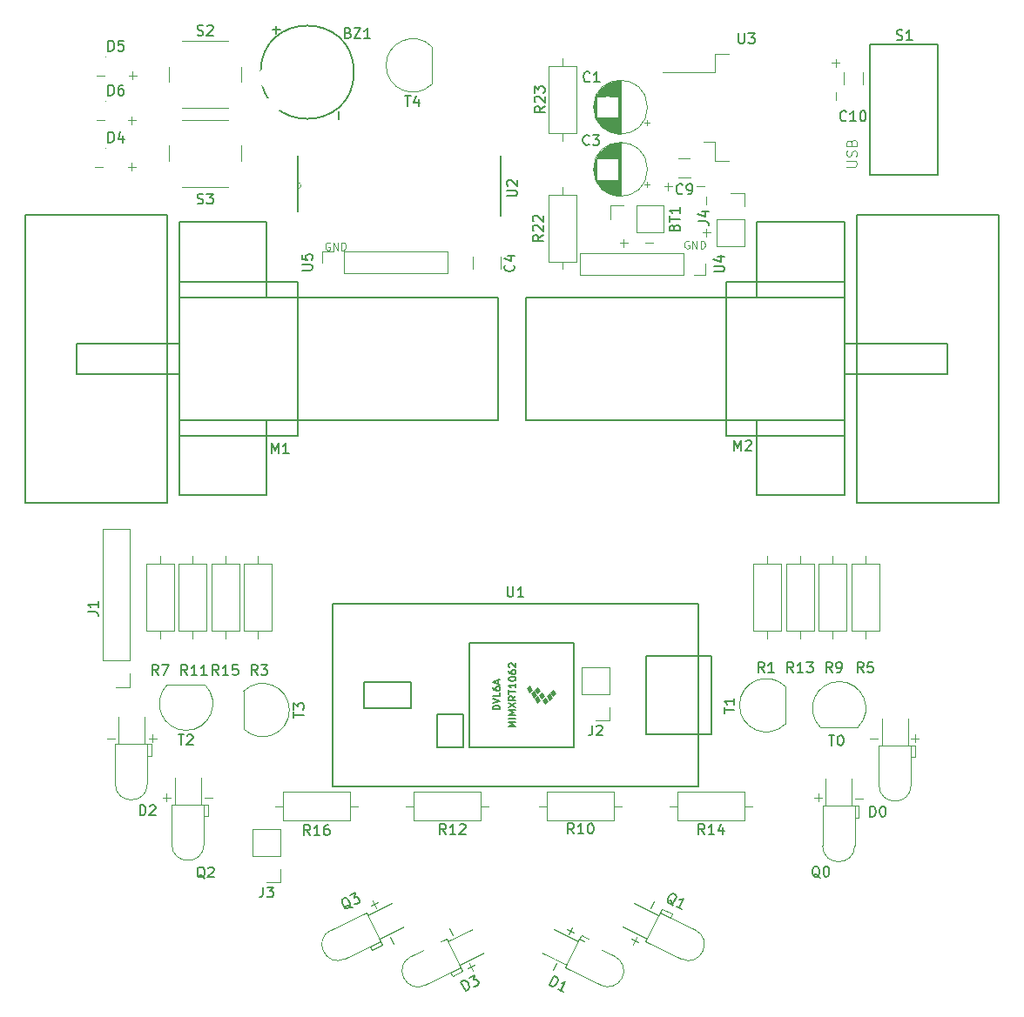
<source format=gto>
G04 #@! TF.GenerationSoftware,KiCad,Pcbnew,(5.1.7)-1*
G04 #@! TF.CreationDate,2021-05-02T01:51:04-07:00*
G04 #@! TF.ProjectId,mouse_v2,6d6f7573-655f-4763-922e-6b696361645f,rev?*
G04 #@! TF.SameCoordinates,Original*
G04 #@! TF.FileFunction,Legend,Top*
G04 #@! TF.FilePolarity,Positive*
%FSLAX46Y46*%
G04 Gerber Fmt 4.6, Leading zero omitted, Abs format (unit mm)*
G04 Created by KiCad (PCBNEW (5.1.7)-1) date 2021-05-02 01:51:04*
%MOMM*%
%LPD*%
G01*
G04 APERTURE LIST*
%ADD10C,0.100000*%
%ADD11C,0.120000*%
%ADD12C,0.150000*%
%ADD13C,0.152400*%
%ADD14C,2.000000*%
%ADD15C,1.700000*%
%ADD16C,2.900000*%
%ADD17O,2.000000X2.000000*%
%ADD18C,1.924000*%
%ADD19C,2.400000*%
%ADD20C,2.200000*%
%ADD21O,2.100000X2.100000*%
%ADD22C,2.076400*%
%ADD23C,2.584400*%
%ADD24O,1.750000X1.750000*%
%ADD25C,2.600000*%
G04 APERTURE END LIST*
D10*
X123443952Y-59682071D02*
X122682047Y-59682071D01*
X123063000Y-59301119D02*
X123063000Y-60063023D01*
X120332452Y-59682071D02*
X119570547Y-59682071D01*
X123380452Y-64063571D02*
X122618547Y-64063571D01*
X122999500Y-63682619D02*
X122999500Y-64444523D01*
X120332452Y-64063571D02*
X119570547Y-64063571D01*
X120205452Y-68572071D02*
X119443547Y-68572071D01*
X123380452Y-68572071D02*
X122618547Y-68572071D01*
X122999500Y-68191119D02*
X122999500Y-68953023D01*
X191444571Y-58102547D02*
X191444571Y-58864452D01*
X191063619Y-58483500D02*
X191825523Y-58483500D01*
X191444571Y-61341047D02*
X191444571Y-62102952D01*
X175513952Y-70477071D02*
X174752047Y-70477071D01*
X175133000Y-70096119D02*
X175133000Y-70858023D01*
X178688952Y-70477071D02*
X177927047Y-70477071D01*
X192492380Y-68571904D02*
X193301904Y-68571904D01*
X193397142Y-68524285D01*
X193444761Y-68476666D01*
X193492380Y-68381428D01*
X193492380Y-68190952D01*
X193444761Y-68095714D01*
X193397142Y-68048095D01*
X193301904Y-68000476D01*
X192492380Y-68000476D01*
X193444761Y-67571904D02*
X193492380Y-67429047D01*
X193492380Y-67190952D01*
X193444761Y-67095714D01*
X193397142Y-67048095D01*
X193301904Y-67000476D01*
X193206666Y-67000476D01*
X193111428Y-67048095D01*
X193063809Y-67095714D01*
X193016190Y-67190952D01*
X192968571Y-67381428D01*
X192920952Y-67476666D01*
X192873333Y-67524285D01*
X192778095Y-67571904D01*
X192682857Y-67571904D01*
X192587619Y-67524285D01*
X192540000Y-67476666D01*
X192492380Y-67381428D01*
X192492380Y-67143333D01*
X192540000Y-67000476D01*
X192968571Y-66238571D02*
X193016190Y-66095714D01*
X193063809Y-66048095D01*
X193159047Y-66000476D01*
X193301904Y-66000476D01*
X193397142Y-66048095D01*
X193444761Y-66095714D01*
X193492380Y-66190952D01*
X193492380Y-66571904D01*
X192492380Y-66571904D01*
X192492380Y-66238571D01*
X192540000Y-66143333D01*
X192587619Y-66095714D01*
X192682857Y-66048095D01*
X192778095Y-66048095D01*
X192873333Y-66095714D01*
X192920952Y-66143333D01*
X192968571Y-66238571D01*
X192968571Y-66571904D01*
X173672452Y-76001571D02*
X172910547Y-76001571D01*
X178823928Y-72262952D02*
X178823928Y-71501047D01*
X178498547Y-75001428D02*
X179260452Y-75001428D01*
X178879500Y-75382380D02*
X178879500Y-74620476D01*
X170434047Y-76017428D02*
X171195952Y-76017428D01*
X170815000Y-76398380D02*
X170815000Y-75636476D01*
X177157451Y-75825000D02*
X177086022Y-75789285D01*
X176978880Y-75789285D01*
X176871737Y-75825000D01*
X176800308Y-75896428D01*
X176764594Y-75967857D01*
X176728880Y-76110714D01*
X176728880Y-76217857D01*
X176764594Y-76360714D01*
X176800308Y-76432142D01*
X176871737Y-76503571D01*
X176978880Y-76539285D01*
X177050308Y-76539285D01*
X177157451Y-76503571D01*
X177193165Y-76467857D01*
X177193165Y-76217857D01*
X177050308Y-76217857D01*
X177514594Y-76539285D02*
X177514594Y-75789285D01*
X177943165Y-76539285D01*
X177943165Y-75789285D01*
X178300308Y-76539285D02*
X178300308Y-75789285D01*
X178478880Y-75789285D01*
X178586022Y-75825000D01*
X178657451Y-75896428D01*
X178693165Y-75967857D01*
X178728880Y-76110714D01*
X178728880Y-76217857D01*
X178693165Y-76360714D01*
X178657451Y-76432142D01*
X178586022Y-76503571D01*
X178478880Y-76539285D01*
X178300308Y-76539285D01*
X142240071Y-75987560D02*
X142168642Y-75951845D01*
X142061500Y-75951845D01*
X141954357Y-75987560D01*
X141882928Y-76058988D01*
X141847214Y-76130417D01*
X141811500Y-76273274D01*
X141811500Y-76380417D01*
X141847214Y-76523274D01*
X141882928Y-76594702D01*
X141954357Y-76666131D01*
X142061500Y-76701845D01*
X142132928Y-76701845D01*
X142240071Y-76666131D01*
X142275785Y-76630417D01*
X142275785Y-76380417D01*
X142132928Y-76380417D01*
X142597214Y-76701845D02*
X142597214Y-75951845D01*
X143025785Y-76701845D01*
X143025785Y-75951845D01*
X143382928Y-76701845D02*
X143382928Y-75951845D01*
X143561500Y-75951845D01*
X143668642Y-75987560D01*
X143740071Y-76058988D01*
X143775785Y-76130417D01*
X143811500Y-76273274D01*
X143811500Y-76380417D01*
X143775785Y-76523274D01*
X143740071Y-76594702D01*
X143668642Y-76666131D01*
X143561500Y-76701845D01*
X143382928Y-76701845D01*
X193294047Y-130055928D02*
X194055952Y-130055928D01*
X125984047Y-129992428D02*
X126745952Y-129992428D01*
X126365000Y-130373380D02*
X126365000Y-129611476D01*
X130111547Y-129992428D02*
X130873452Y-129992428D01*
X189357047Y-129992428D02*
X190118952Y-129992428D01*
X189738000Y-130373380D02*
X189738000Y-129611476D01*
X194754547Y-124213928D02*
X195516452Y-124213928D01*
X198755047Y-124213928D02*
X199516952Y-124213928D01*
X199136000Y-124594880D02*
X199136000Y-123832976D01*
X155849095Y-146121943D02*
X156189056Y-146803798D01*
X155678148Y-146632851D02*
X156360003Y-146292891D01*
X153880595Y-142692943D02*
X154220556Y-143374798D01*
X171724943Y-144263798D02*
X172064904Y-143581943D01*
X172235851Y-144092851D02*
X171553996Y-143752891D01*
X163914443Y-146740298D02*
X164254404Y-146058443D01*
X173439443Y-140771298D02*
X173779404Y-140089443D01*
X165501943Y-143311298D02*
X165841904Y-142629443D01*
X166012851Y-143140351D02*
X165330996Y-142800391D01*
X148102095Y-143518443D02*
X148442056Y-144200298D01*
X146451095Y-140025943D02*
X146791056Y-140707798D01*
X146280148Y-140536851D02*
X146962003Y-140196891D01*
X120586547Y-124213928D02*
X121348452Y-124213928D01*
X124650547Y-124213928D02*
X125412452Y-124213928D01*
X125031500Y-124594880D02*
X125031500Y-123832976D01*
D11*
X156120000Y-77375936D02*
X156120000Y-78580064D01*
X158840000Y-77375936D02*
X158840000Y-78580064D01*
X173124800Y-62788800D02*
G75*
G03*
X173124800Y-62788800I-2620000J0D01*
G01*
X170504800Y-65368800D02*
X170504800Y-60208800D01*
X170464800Y-65368800D02*
X170464800Y-60208800D01*
X170424800Y-65367800D02*
X170424800Y-60209800D01*
X170384800Y-65366800D02*
X170384800Y-60210800D01*
X170344800Y-65364800D02*
X170344800Y-60212800D01*
X170304800Y-65361800D02*
X170304800Y-60215800D01*
X170264800Y-65357800D02*
X170264800Y-63828800D01*
X170264800Y-61748800D02*
X170264800Y-60219800D01*
X170224800Y-65353800D02*
X170224800Y-63828800D01*
X170224800Y-61748800D02*
X170224800Y-60223800D01*
X170184800Y-65349800D02*
X170184800Y-63828800D01*
X170184800Y-61748800D02*
X170184800Y-60227800D01*
X170144800Y-65344800D02*
X170144800Y-63828800D01*
X170144800Y-61748800D02*
X170144800Y-60232800D01*
X170104800Y-65338800D02*
X170104800Y-63828800D01*
X170104800Y-61748800D02*
X170104800Y-60238800D01*
X170064800Y-65331800D02*
X170064800Y-63828800D01*
X170064800Y-61748800D02*
X170064800Y-60245800D01*
X170024800Y-65324800D02*
X170024800Y-63828800D01*
X170024800Y-61748800D02*
X170024800Y-60252800D01*
X169984800Y-65316800D02*
X169984800Y-63828800D01*
X169984800Y-61748800D02*
X169984800Y-60260800D01*
X169944800Y-65308800D02*
X169944800Y-63828800D01*
X169944800Y-61748800D02*
X169944800Y-60268800D01*
X169904800Y-65299800D02*
X169904800Y-63828800D01*
X169904800Y-61748800D02*
X169904800Y-60277800D01*
X169864800Y-65289800D02*
X169864800Y-63828800D01*
X169864800Y-61748800D02*
X169864800Y-60287800D01*
X169824800Y-65279800D02*
X169824800Y-63828800D01*
X169824800Y-61748800D02*
X169824800Y-60297800D01*
X169783800Y-65268800D02*
X169783800Y-63828800D01*
X169783800Y-61748800D02*
X169783800Y-60308800D01*
X169743800Y-65256800D02*
X169743800Y-63828800D01*
X169743800Y-61748800D02*
X169743800Y-60320800D01*
X169703800Y-65243800D02*
X169703800Y-63828800D01*
X169703800Y-61748800D02*
X169703800Y-60333800D01*
X169663800Y-65230800D02*
X169663800Y-63828800D01*
X169663800Y-61748800D02*
X169663800Y-60346800D01*
X169623800Y-65216800D02*
X169623800Y-63828800D01*
X169623800Y-61748800D02*
X169623800Y-60360800D01*
X169583800Y-65202800D02*
X169583800Y-63828800D01*
X169583800Y-61748800D02*
X169583800Y-60374800D01*
X169543800Y-65186800D02*
X169543800Y-63828800D01*
X169543800Y-61748800D02*
X169543800Y-60390800D01*
X169503800Y-65170800D02*
X169503800Y-63828800D01*
X169503800Y-61748800D02*
X169503800Y-60406800D01*
X169463800Y-65153800D02*
X169463800Y-63828800D01*
X169463800Y-61748800D02*
X169463800Y-60423800D01*
X169423800Y-65136800D02*
X169423800Y-63828800D01*
X169423800Y-61748800D02*
X169423800Y-60440800D01*
X169383800Y-65117800D02*
X169383800Y-63828800D01*
X169383800Y-61748800D02*
X169383800Y-60459800D01*
X169343800Y-65098800D02*
X169343800Y-63828800D01*
X169343800Y-61748800D02*
X169343800Y-60478800D01*
X169303800Y-65078800D02*
X169303800Y-63828800D01*
X169303800Y-61748800D02*
X169303800Y-60498800D01*
X169263800Y-65056800D02*
X169263800Y-63828800D01*
X169263800Y-61748800D02*
X169263800Y-60520800D01*
X169223800Y-65035800D02*
X169223800Y-63828800D01*
X169223800Y-61748800D02*
X169223800Y-60541800D01*
X169183800Y-65012800D02*
X169183800Y-63828800D01*
X169183800Y-61748800D02*
X169183800Y-60564800D01*
X169143800Y-64988800D02*
X169143800Y-63828800D01*
X169143800Y-61748800D02*
X169143800Y-60588800D01*
X169103800Y-64963800D02*
X169103800Y-63828800D01*
X169103800Y-61748800D02*
X169103800Y-60613800D01*
X169063800Y-64937800D02*
X169063800Y-63828800D01*
X169063800Y-61748800D02*
X169063800Y-60639800D01*
X169023800Y-64910800D02*
X169023800Y-63828800D01*
X169023800Y-61748800D02*
X169023800Y-60666800D01*
X168983800Y-64883800D02*
X168983800Y-63828800D01*
X168983800Y-61748800D02*
X168983800Y-60693800D01*
X168943800Y-64853800D02*
X168943800Y-63828800D01*
X168943800Y-61748800D02*
X168943800Y-60723800D01*
X168903800Y-64823800D02*
X168903800Y-63828800D01*
X168903800Y-61748800D02*
X168903800Y-60753800D01*
X168863800Y-64792800D02*
X168863800Y-63828800D01*
X168863800Y-61748800D02*
X168863800Y-60784800D01*
X168823800Y-64759800D02*
X168823800Y-63828800D01*
X168823800Y-61748800D02*
X168823800Y-60817800D01*
X168783800Y-64725800D02*
X168783800Y-63828800D01*
X168783800Y-61748800D02*
X168783800Y-60851800D01*
X168743800Y-64689800D02*
X168743800Y-63828800D01*
X168743800Y-61748800D02*
X168743800Y-60887800D01*
X168703800Y-64652800D02*
X168703800Y-63828800D01*
X168703800Y-61748800D02*
X168703800Y-60924800D01*
X168663800Y-64614800D02*
X168663800Y-63828800D01*
X168663800Y-61748800D02*
X168663800Y-60962800D01*
X168623800Y-64573800D02*
X168623800Y-63828800D01*
X168623800Y-61748800D02*
X168623800Y-61003800D01*
X168583800Y-64531800D02*
X168583800Y-63828800D01*
X168583800Y-61748800D02*
X168583800Y-61045800D01*
X168543800Y-64487800D02*
X168543800Y-63828800D01*
X168543800Y-61748800D02*
X168543800Y-61089800D01*
X168503800Y-64441800D02*
X168503800Y-63828800D01*
X168503800Y-61748800D02*
X168503800Y-61135800D01*
X168463800Y-64393800D02*
X168463800Y-63828800D01*
X168463800Y-61748800D02*
X168463800Y-61183800D01*
X168423800Y-64342800D02*
X168423800Y-63828800D01*
X168423800Y-61748800D02*
X168423800Y-61234800D01*
X168383800Y-64288800D02*
X168383800Y-63828800D01*
X168383800Y-61748800D02*
X168383800Y-61288800D01*
X168343800Y-64231800D02*
X168343800Y-63828800D01*
X168343800Y-61748800D02*
X168343800Y-61345800D01*
X168303800Y-64171800D02*
X168303800Y-63828800D01*
X168303800Y-61748800D02*
X168303800Y-61405800D01*
X168263800Y-64107800D02*
X168263800Y-63828800D01*
X168263800Y-61748800D02*
X168263800Y-61469800D01*
X168223800Y-64039800D02*
X168223800Y-63828800D01*
X168223800Y-61748800D02*
X168223800Y-61537800D01*
X168183800Y-63966800D02*
X168183800Y-61610800D01*
X168143800Y-63886800D02*
X168143800Y-61690800D01*
X168103800Y-63799800D02*
X168103800Y-61777800D01*
X168063800Y-63703800D02*
X168063800Y-61873800D01*
X168023800Y-63593800D02*
X168023800Y-61983800D01*
X167983800Y-63465800D02*
X167983800Y-62111800D01*
X167943800Y-63306800D02*
X167943800Y-62270800D01*
X167903800Y-63072800D02*
X167903800Y-62504800D01*
X173309575Y-64263800D02*
X172809575Y-64263800D01*
X173059575Y-64513800D02*
X173059575Y-64013800D01*
X173059575Y-70559000D02*
X173059575Y-70059000D01*
X173309575Y-70309000D02*
X172809575Y-70309000D01*
X167903800Y-69118000D02*
X167903800Y-68550000D01*
X167943800Y-69352000D02*
X167943800Y-68316000D01*
X167983800Y-69511000D02*
X167983800Y-68157000D01*
X168023800Y-69639000D02*
X168023800Y-68029000D01*
X168063800Y-69749000D02*
X168063800Y-67919000D01*
X168103800Y-69845000D02*
X168103800Y-67823000D01*
X168143800Y-69932000D02*
X168143800Y-67736000D01*
X168183800Y-70012000D02*
X168183800Y-67656000D01*
X168223800Y-67794000D02*
X168223800Y-67583000D01*
X168223800Y-70085000D02*
X168223800Y-69874000D01*
X168263800Y-67794000D02*
X168263800Y-67515000D01*
X168263800Y-70153000D02*
X168263800Y-69874000D01*
X168303800Y-67794000D02*
X168303800Y-67451000D01*
X168303800Y-70217000D02*
X168303800Y-69874000D01*
X168343800Y-67794000D02*
X168343800Y-67391000D01*
X168343800Y-70277000D02*
X168343800Y-69874000D01*
X168383800Y-67794000D02*
X168383800Y-67334000D01*
X168383800Y-70334000D02*
X168383800Y-69874000D01*
X168423800Y-67794000D02*
X168423800Y-67280000D01*
X168423800Y-70388000D02*
X168423800Y-69874000D01*
X168463800Y-67794000D02*
X168463800Y-67229000D01*
X168463800Y-70439000D02*
X168463800Y-69874000D01*
X168503800Y-67794000D02*
X168503800Y-67181000D01*
X168503800Y-70487000D02*
X168503800Y-69874000D01*
X168543800Y-67794000D02*
X168543800Y-67135000D01*
X168543800Y-70533000D02*
X168543800Y-69874000D01*
X168583800Y-67794000D02*
X168583800Y-67091000D01*
X168583800Y-70577000D02*
X168583800Y-69874000D01*
X168623800Y-67794000D02*
X168623800Y-67049000D01*
X168623800Y-70619000D02*
X168623800Y-69874000D01*
X168663800Y-67794000D02*
X168663800Y-67008000D01*
X168663800Y-70660000D02*
X168663800Y-69874000D01*
X168703800Y-67794000D02*
X168703800Y-66970000D01*
X168703800Y-70698000D02*
X168703800Y-69874000D01*
X168743800Y-67794000D02*
X168743800Y-66933000D01*
X168743800Y-70735000D02*
X168743800Y-69874000D01*
X168783800Y-67794000D02*
X168783800Y-66897000D01*
X168783800Y-70771000D02*
X168783800Y-69874000D01*
X168823800Y-67794000D02*
X168823800Y-66863000D01*
X168823800Y-70805000D02*
X168823800Y-69874000D01*
X168863800Y-67794000D02*
X168863800Y-66830000D01*
X168863800Y-70838000D02*
X168863800Y-69874000D01*
X168903800Y-67794000D02*
X168903800Y-66799000D01*
X168903800Y-70869000D02*
X168903800Y-69874000D01*
X168943800Y-67794000D02*
X168943800Y-66769000D01*
X168943800Y-70899000D02*
X168943800Y-69874000D01*
X168983800Y-67794000D02*
X168983800Y-66739000D01*
X168983800Y-70929000D02*
X168983800Y-69874000D01*
X169023800Y-67794000D02*
X169023800Y-66712000D01*
X169023800Y-70956000D02*
X169023800Y-69874000D01*
X169063800Y-67794000D02*
X169063800Y-66685000D01*
X169063800Y-70983000D02*
X169063800Y-69874000D01*
X169103800Y-67794000D02*
X169103800Y-66659000D01*
X169103800Y-71009000D02*
X169103800Y-69874000D01*
X169143800Y-67794000D02*
X169143800Y-66634000D01*
X169143800Y-71034000D02*
X169143800Y-69874000D01*
X169183800Y-67794000D02*
X169183800Y-66610000D01*
X169183800Y-71058000D02*
X169183800Y-69874000D01*
X169223800Y-67794000D02*
X169223800Y-66587000D01*
X169223800Y-71081000D02*
X169223800Y-69874000D01*
X169263800Y-67794000D02*
X169263800Y-66566000D01*
X169263800Y-71102000D02*
X169263800Y-69874000D01*
X169303800Y-67794000D02*
X169303800Y-66544000D01*
X169303800Y-71124000D02*
X169303800Y-69874000D01*
X169343800Y-67794000D02*
X169343800Y-66524000D01*
X169343800Y-71144000D02*
X169343800Y-69874000D01*
X169383800Y-67794000D02*
X169383800Y-66505000D01*
X169383800Y-71163000D02*
X169383800Y-69874000D01*
X169423800Y-67794000D02*
X169423800Y-66486000D01*
X169423800Y-71182000D02*
X169423800Y-69874000D01*
X169463800Y-67794000D02*
X169463800Y-66469000D01*
X169463800Y-71199000D02*
X169463800Y-69874000D01*
X169503800Y-67794000D02*
X169503800Y-66452000D01*
X169503800Y-71216000D02*
X169503800Y-69874000D01*
X169543800Y-67794000D02*
X169543800Y-66436000D01*
X169543800Y-71232000D02*
X169543800Y-69874000D01*
X169583800Y-67794000D02*
X169583800Y-66420000D01*
X169583800Y-71248000D02*
X169583800Y-69874000D01*
X169623800Y-67794000D02*
X169623800Y-66406000D01*
X169623800Y-71262000D02*
X169623800Y-69874000D01*
X169663800Y-67794000D02*
X169663800Y-66392000D01*
X169663800Y-71276000D02*
X169663800Y-69874000D01*
X169703800Y-67794000D02*
X169703800Y-66379000D01*
X169703800Y-71289000D02*
X169703800Y-69874000D01*
X169743800Y-67794000D02*
X169743800Y-66366000D01*
X169743800Y-71302000D02*
X169743800Y-69874000D01*
X169783800Y-67794000D02*
X169783800Y-66354000D01*
X169783800Y-71314000D02*
X169783800Y-69874000D01*
X169824800Y-67794000D02*
X169824800Y-66343000D01*
X169824800Y-71325000D02*
X169824800Y-69874000D01*
X169864800Y-67794000D02*
X169864800Y-66333000D01*
X169864800Y-71335000D02*
X169864800Y-69874000D01*
X169904800Y-67794000D02*
X169904800Y-66323000D01*
X169904800Y-71345000D02*
X169904800Y-69874000D01*
X169944800Y-67794000D02*
X169944800Y-66314000D01*
X169944800Y-71354000D02*
X169944800Y-69874000D01*
X169984800Y-67794000D02*
X169984800Y-66306000D01*
X169984800Y-71362000D02*
X169984800Y-69874000D01*
X170024800Y-67794000D02*
X170024800Y-66298000D01*
X170024800Y-71370000D02*
X170024800Y-69874000D01*
X170064800Y-67794000D02*
X170064800Y-66291000D01*
X170064800Y-71377000D02*
X170064800Y-69874000D01*
X170104800Y-67794000D02*
X170104800Y-66284000D01*
X170104800Y-71384000D02*
X170104800Y-69874000D01*
X170144800Y-67794000D02*
X170144800Y-66278000D01*
X170144800Y-71390000D02*
X170144800Y-69874000D01*
X170184800Y-67794000D02*
X170184800Y-66273000D01*
X170184800Y-71395000D02*
X170184800Y-69874000D01*
X170224800Y-67794000D02*
X170224800Y-66269000D01*
X170224800Y-71399000D02*
X170224800Y-69874000D01*
X170264800Y-67794000D02*
X170264800Y-66265000D01*
X170264800Y-71403000D02*
X170264800Y-69874000D01*
X170304800Y-71407000D02*
X170304800Y-66261000D01*
X170344800Y-71410000D02*
X170344800Y-66258000D01*
X170384800Y-71412000D02*
X170384800Y-66256000D01*
X170424800Y-71413000D02*
X170424800Y-66255000D01*
X170464800Y-71414000D02*
X170464800Y-66254000D01*
X170504800Y-71414000D02*
X170504800Y-66254000D01*
X173124800Y-68834000D02*
G75*
G03*
X173124800Y-68834000I-2620000J0D01*
G01*
X189970000Y-123135000D02*
X193570000Y-123135000D01*
X193608478Y-123123478D02*
G75*
G03*
X191770000Y-118685000I-1838478J1838478D01*
G01*
X189931522Y-123123478D02*
G75*
G02*
X191770000Y-118685000I1838478J1838478D01*
G01*
X186535940Y-122790360D02*
X186535940Y-119190360D01*
X186524418Y-122828838D02*
G75*
G02*
X182085940Y-120990360I-1838478J1838478D01*
G01*
X186524418Y-119151882D02*
G75*
G03*
X182085940Y-120990360I-1838478J-1838478D01*
G01*
X130070000Y-118990500D02*
X126470000Y-118990500D01*
X126431522Y-119002022D02*
G75*
G03*
X128270000Y-123440500I1838478J-1838478D01*
G01*
X130108478Y-119002022D02*
G75*
G02*
X128270000Y-123440500I-1838478J-1838478D01*
G01*
X133862200Y-119662800D02*
X133862200Y-123262800D01*
X133873722Y-119624322D02*
G75*
G02*
X138312200Y-121462800I1838478J-1838478D01*
G01*
X133873722Y-123301278D02*
G75*
G03*
X138312200Y-121462800I1838478J1838478D01*
G01*
D12*
X194769200Y-69369200D02*
X201369200Y-69369200D01*
X201369200Y-56669200D02*
X194769200Y-56669200D01*
X201369200Y-56669200D02*
X201369200Y-69369200D01*
X194769200Y-56669200D02*
X194769200Y-69369200D01*
X144591016Y-59385200D02*
G75*
G03*
X144591016Y-59385200I-4535416J0D01*
G01*
D11*
X176131136Y-67771600D02*
X177335264Y-67771600D01*
X176131136Y-69591600D02*
X177335264Y-69591600D01*
X127885700Y-62853200D02*
X132385700Y-62853200D01*
X126635700Y-58853200D02*
X126635700Y-60353200D01*
X132385700Y-56353200D02*
X127885700Y-56353200D01*
X133635700Y-60353200D02*
X133635700Y-58853200D01*
X181226800Y-57588800D02*
X179726800Y-57588800D01*
X179726800Y-57588800D02*
X179726800Y-59398800D01*
X179726800Y-59398800D02*
X174601800Y-59398800D01*
X181226800Y-67988800D02*
X179726800Y-67988800D01*
X179726800Y-67988800D02*
X179726800Y-66178800D01*
X179726800Y-66178800D02*
X178626800Y-66178800D01*
X127535000Y-113760000D02*
X130275000Y-113760000D01*
X130275000Y-113760000D02*
X130275000Y-107220000D01*
X130275000Y-107220000D02*
X127535000Y-107220000D01*
X127535000Y-107220000D02*
X127535000Y-113760000D01*
X128905000Y-114530000D02*
X128905000Y-113760000D01*
X128905000Y-106450000D02*
X128905000Y-107220000D01*
X186155000Y-107220000D02*
X183415000Y-107220000D01*
X183415000Y-107220000D02*
X183415000Y-113760000D01*
X183415000Y-113760000D02*
X186155000Y-113760000D01*
X186155000Y-113760000D02*
X186155000Y-107220000D01*
X184785000Y-106450000D02*
X184785000Y-107220000D01*
X184785000Y-114530000D02*
X184785000Y-113760000D01*
X135255000Y-114530000D02*
X135255000Y-113760000D01*
X135255000Y-106450000D02*
X135255000Y-107220000D01*
X136625000Y-113760000D02*
X136625000Y-107220000D01*
X133885000Y-113760000D02*
X136625000Y-113760000D01*
X133885000Y-107220000D02*
X133885000Y-113760000D01*
X136625000Y-107220000D02*
X133885000Y-107220000D01*
X136930000Y-130810000D02*
X137700000Y-130810000D01*
X145010000Y-130810000D02*
X144240000Y-130810000D01*
X137700000Y-132180000D02*
X144240000Y-132180000D01*
X137700000Y-129440000D02*
X137700000Y-132180000D01*
X144240000Y-129440000D02*
X137700000Y-129440000D01*
X144240000Y-132180000D02*
X144240000Y-129440000D01*
X132080000Y-114530000D02*
X132080000Y-113760000D01*
X132080000Y-106450000D02*
X132080000Y-107220000D01*
X133450000Y-113760000D02*
X133450000Y-107220000D01*
X130710000Y-113760000D02*
X133450000Y-113760000D01*
X130710000Y-107220000D02*
X130710000Y-113760000D01*
X133450000Y-107220000D02*
X130710000Y-107220000D01*
X176054000Y-129440000D02*
X176054000Y-132180000D01*
X176054000Y-132180000D02*
X182594000Y-132180000D01*
X182594000Y-132180000D02*
X182594000Y-129440000D01*
X182594000Y-129440000D02*
X176054000Y-129440000D01*
X175284000Y-130810000D02*
X176054000Y-130810000D01*
X183364000Y-130810000D02*
X182594000Y-130810000D01*
X162584000Y-130810000D02*
X163354000Y-130810000D01*
X170664000Y-130810000D02*
X169894000Y-130810000D01*
X163354000Y-132180000D02*
X169894000Y-132180000D01*
X163354000Y-129440000D02*
X163354000Y-132180000D01*
X169894000Y-129440000D02*
X163354000Y-129440000D01*
X169894000Y-132180000D02*
X169894000Y-129440000D01*
X189765000Y-113760000D02*
X192505000Y-113760000D01*
X192505000Y-113760000D02*
X192505000Y-107220000D01*
X192505000Y-107220000D02*
X189765000Y-107220000D01*
X189765000Y-107220000D02*
X189765000Y-113760000D01*
X191135000Y-114530000D02*
X191135000Y-113760000D01*
X191135000Y-106450000D02*
X191135000Y-107220000D01*
X127100000Y-107220000D02*
X124360000Y-107220000D01*
X124360000Y-107220000D02*
X124360000Y-113760000D01*
X124360000Y-113760000D02*
X127100000Y-113760000D01*
X127100000Y-113760000D02*
X127100000Y-107220000D01*
X125730000Y-106450000D02*
X125730000Y-107220000D01*
X125730000Y-114530000D02*
X125730000Y-113760000D01*
X195680000Y-107220000D02*
X192940000Y-107220000D01*
X192940000Y-107220000D02*
X192940000Y-113760000D01*
X192940000Y-113760000D02*
X195680000Y-113760000D01*
X195680000Y-113760000D02*
X195680000Y-107220000D01*
X194310000Y-106450000D02*
X194310000Y-107220000D01*
X194310000Y-114530000D02*
X194310000Y-113760000D01*
X187960000Y-114530000D02*
X187960000Y-113760000D01*
X187960000Y-106450000D02*
X187960000Y-107220000D01*
X189330000Y-113760000D02*
X189330000Y-107220000D01*
X186590000Y-113760000D02*
X189330000Y-113760000D01*
X186590000Y-107220000D02*
X186590000Y-113760000D01*
X189330000Y-107220000D02*
X186590000Y-107220000D01*
X150400000Y-129440000D02*
X150400000Y-132180000D01*
X150400000Y-132180000D02*
X156940000Y-132180000D01*
X156940000Y-132180000D02*
X156940000Y-129440000D01*
X156940000Y-129440000D02*
X150400000Y-129440000D01*
X149630000Y-130810000D02*
X150400000Y-130810000D01*
X157710000Y-130810000D02*
X156940000Y-130810000D01*
X126887800Y-130673800D02*
X126887800Y-134533800D01*
X130007800Y-130673800D02*
X130007800Y-134533800D01*
X126887800Y-130673800D02*
X130007800Y-130673800D01*
X130407800Y-130673800D02*
X130407800Y-131793800D01*
X130407800Y-131793800D02*
X130007800Y-131793800D01*
X130007800Y-131793800D02*
X130007800Y-130673800D01*
X130007800Y-130673800D02*
X130407800Y-130673800D01*
X127177800Y-128003800D02*
X127177800Y-130673800D01*
X127177800Y-130673800D02*
X127177800Y-130673800D01*
X127177800Y-130673800D02*
X127177800Y-128003800D01*
X127177800Y-128003800D02*
X127177800Y-128003800D01*
X129717800Y-128003800D02*
X129717800Y-130673800D01*
X129717800Y-130673800D02*
X129717800Y-130673800D01*
X129717800Y-130673800D02*
X129717800Y-128003800D01*
X129717800Y-128003800D02*
X129717800Y-128003800D01*
X130007800Y-134533800D02*
G75*
G02*
X126887800Y-134533800I-1560000J0D01*
G01*
X198475600Y-122238000D02*
X198475600Y-122238000D01*
X198475600Y-124908000D02*
X198475600Y-122238000D01*
X198475600Y-124908000D02*
X198475600Y-124908000D01*
X198475600Y-122238000D02*
X198475600Y-124908000D01*
X195935600Y-122238000D02*
X195935600Y-122238000D01*
X195935600Y-124908000D02*
X195935600Y-122238000D01*
X195935600Y-124908000D02*
X195935600Y-124908000D01*
X195935600Y-122238000D02*
X195935600Y-124908000D01*
X198765600Y-124908000D02*
X199165600Y-124908000D01*
X198765600Y-126028000D02*
X198765600Y-124908000D01*
X199165600Y-126028000D02*
X198765600Y-126028000D01*
X199165600Y-124908000D02*
X199165600Y-126028000D01*
X195645600Y-124908000D02*
X198765600Y-124908000D01*
X198765600Y-124908000D02*
X198765600Y-128768000D01*
X195645600Y-124908000D02*
X195645600Y-128768000D01*
X198765600Y-128768000D02*
G75*
G02*
X195645600Y-128768000I-1560000J0D01*
G01*
X171822672Y-140220159D02*
X171822672Y-140220159D01*
X174212147Y-141411509D02*
X171822672Y-140220159D01*
X174212147Y-141411509D02*
X174212147Y-141411509D01*
X171822672Y-140220159D02*
X174212147Y-141411509D01*
X170689329Y-142493294D02*
X170689329Y-142493294D01*
X173078804Y-143684642D02*
X170689329Y-142493294D01*
X173078804Y-143684642D02*
X173078804Y-143684642D01*
X170689329Y-142493294D02*
X173078804Y-143684642D01*
X174341544Y-141151978D02*
X174520023Y-140794004D01*
X175343870Y-141651719D02*
X174341544Y-141151978D01*
X175522349Y-141293745D02*
X175343870Y-141651719D01*
X174520023Y-140794004D02*
X175522349Y-141293745D01*
X172949406Y-143944173D02*
X174341544Y-141151978D01*
X174341544Y-141151978D02*
X177795990Y-142874301D01*
X172949406Y-143944173D02*
X176403853Y-145666496D01*
X177795991Y-142874302D02*
G75*
G02*
X176403853Y-145666496I-696069J-1396097D01*
G01*
X172110400Y-74990000D02*
X172110400Y-72330000D01*
X172110400Y-74990000D02*
X174710400Y-74990000D01*
X174710400Y-74990000D02*
X174710400Y-72330000D01*
X172110400Y-72330000D02*
X174710400Y-72330000D01*
X169510400Y-72330000D02*
X170840400Y-72330000D01*
X169510400Y-73660000D02*
X169510400Y-72330000D01*
X165126206Y-146509573D02*
X168580653Y-148231896D01*
X166518344Y-143717378D02*
X169972790Y-145439701D01*
X165126206Y-146509573D02*
X166518344Y-143717378D01*
X166696823Y-143359404D02*
X167699149Y-143859145D01*
X167699149Y-143859145D02*
X167520670Y-144217119D01*
X167520670Y-144217119D02*
X166518344Y-143717378D01*
X166518344Y-143717378D02*
X166696823Y-143359404D01*
X162866129Y-145058694D02*
X165255604Y-146250042D01*
X165255604Y-146250042D02*
X165255604Y-146250042D01*
X165255604Y-146250042D02*
X162866129Y-145058694D01*
X162866129Y-145058694D02*
X162866129Y-145058694D01*
X163999472Y-142785559D02*
X166388947Y-143976909D01*
X166388947Y-143976909D02*
X166388947Y-143976909D01*
X166388947Y-143976909D02*
X163999472Y-142785559D01*
X163999472Y-142785559D02*
X163999472Y-142785559D01*
X169972791Y-145439702D02*
G75*
G02*
X168580653Y-148231896I-696069J-1396097D01*
G01*
X124218700Y-122111000D02*
X124218700Y-122111000D01*
X124218700Y-124781000D02*
X124218700Y-122111000D01*
X124218700Y-124781000D02*
X124218700Y-124781000D01*
X124218700Y-122111000D02*
X124218700Y-124781000D01*
X121678700Y-122111000D02*
X121678700Y-122111000D01*
X121678700Y-124781000D02*
X121678700Y-122111000D01*
X121678700Y-124781000D02*
X121678700Y-124781000D01*
X121678700Y-122111000D02*
X121678700Y-124781000D01*
X124508700Y-124781000D02*
X124908700Y-124781000D01*
X124508700Y-125901000D02*
X124508700Y-124781000D01*
X124908700Y-125901000D02*
X124508700Y-125901000D01*
X124908700Y-124781000D02*
X124908700Y-125901000D01*
X121388700Y-124781000D02*
X124508700Y-124781000D01*
X124508700Y-124781000D02*
X124508700Y-128641000D01*
X121388700Y-124781000D02*
X121388700Y-128641000D01*
X124508700Y-128641000D02*
G75*
G02*
X121388700Y-128641000I-1560000J0D01*
G01*
X153597857Y-143717378D02*
X150143410Y-145439701D01*
X154989994Y-146509573D02*
X151535547Y-148231897D01*
X153597857Y-143717378D02*
X154989994Y-146509573D01*
X155168473Y-146867547D02*
X154166147Y-147367288D01*
X154166147Y-147367288D02*
X153987667Y-147009315D01*
X153987667Y-147009315D02*
X154989994Y-146509573D01*
X154989994Y-146509573D02*
X155168473Y-146867547D01*
X156116729Y-142785561D02*
X153727254Y-143976909D01*
X153727254Y-143976909D02*
X153727254Y-143976909D01*
X153727254Y-143976909D02*
X156116729Y-142785561D01*
X156116729Y-142785561D02*
X156116729Y-142785561D01*
X157250071Y-145058694D02*
X154860597Y-146250042D01*
X154860597Y-146250042D02*
X154860597Y-146250042D01*
X154860597Y-146250042D02*
X157250071Y-145058694D01*
X157250071Y-145058694D02*
X157250071Y-145058694D01*
X151535548Y-148231897D02*
G75*
G02*
X150143410Y-145439701I-696069J1396098D01*
G01*
X190159200Y-130800800D02*
X190159200Y-134660800D01*
X193279200Y-130800800D02*
X193279200Y-134660800D01*
X190159200Y-130800800D02*
X193279200Y-130800800D01*
X193679200Y-130800800D02*
X193679200Y-131920800D01*
X193679200Y-131920800D02*
X193279200Y-131920800D01*
X193279200Y-131920800D02*
X193279200Y-130800800D01*
X193279200Y-130800800D02*
X193679200Y-130800800D01*
X190449200Y-128130800D02*
X190449200Y-130800800D01*
X190449200Y-130800800D02*
X190449200Y-130800800D01*
X190449200Y-130800800D02*
X190449200Y-128130800D01*
X190449200Y-128130800D02*
X190449200Y-128130800D01*
X192989200Y-128130800D02*
X192989200Y-130800800D01*
X192989200Y-130800800D02*
X192989200Y-130800800D01*
X192989200Y-130800800D02*
X192989200Y-128130800D01*
X192989200Y-128130800D02*
X192989200Y-128130800D01*
X193279200Y-134660800D02*
G75*
G02*
X190159200Y-134660800I-1560000J0D01*
G01*
X149452271Y-142493294D02*
X149452271Y-142493294D01*
X147062797Y-143684642D02*
X149452271Y-142493294D01*
X147062797Y-143684642D02*
X147062797Y-143684642D01*
X149452271Y-142493294D02*
X147062797Y-143684642D01*
X148318929Y-140220161D02*
X148318929Y-140220161D01*
X145929454Y-141411509D02*
X148318929Y-140220161D01*
X145929454Y-141411509D02*
X145929454Y-141411509D01*
X148318929Y-140220161D02*
X145929454Y-141411509D01*
X147192193Y-143944173D02*
X147370673Y-144302147D01*
X146189867Y-144443915D02*
X147192193Y-143944173D01*
X146368347Y-144801888D02*
X146189867Y-144443915D01*
X147370673Y-144302147D02*
X146368347Y-144801888D01*
X145800058Y-141151977D02*
X147192193Y-143944173D01*
X147192193Y-143944173D02*
X143737747Y-145666497D01*
X145800058Y-141151977D02*
X142345609Y-142874302D01*
X143737749Y-145666496D02*
G75*
G02*
X142345609Y-142874302I-696070J1396097D01*
G01*
D13*
X158843980Y-73324720D02*
X158843980Y-67482720D01*
X139133580Y-67482720D02*
X139133580Y-70098920D01*
X139133580Y-70098920D02*
X139133580Y-70708520D01*
X139133580Y-70708520D02*
X139133580Y-72892920D01*
D10*
X139133580Y-70098920D02*
G75*
G02*
X139133580Y-70708520I0J-304800D01*
G01*
D12*
X127623000Y-94774400D02*
X139123000Y-94774400D01*
X127623000Y-79774400D02*
X139123000Y-79774400D01*
X139123000Y-87274400D02*
X139123000Y-79774400D01*
X139123000Y-87274400D02*
X139123000Y-94774400D01*
X127623000Y-100574400D02*
X136123000Y-100574400D01*
X127623000Y-73974400D02*
X136123000Y-73974400D01*
X127623000Y-87274400D02*
X127623000Y-73974400D01*
X127623000Y-87274400D02*
X127623000Y-100574400D01*
X136123000Y-81274400D02*
X136123000Y-73974400D01*
X136123000Y-93274400D02*
X136123000Y-100574400D01*
X112623000Y-73274400D02*
X112623000Y-101274400D01*
X126423000Y-101274400D02*
X112623000Y-101274400D01*
X126423000Y-73274400D02*
X112623000Y-73274400D01*
X126423000Y-87274400D02*
X126423000Y-101274400D01*
X126423000Y-87274400D02*
X126423000Y-73274400D01*
X117623000Y-85774400D02*
X117623000Y-88774400D01*
X127623000Y-88774400D02*
X117623000Y-88774400D01*
X127623000Y-85774400D02*
X117623000Y-85774400D01*
X127623000Y-93274400D02*
X127623000Y-88774400D01*
X127623000Y-81274400D02*
X127623000Y-85774400D01*
X158623000Y-93274400D02*
X127623000Y-93274400D01*
X158623000Y-81274400D02*
X127623000Y-81274400D01*
X158623000Y-87274400D02*
X158623000Y-81274400D01*
X158623000Y-87274400D02*
X158623000Y-93274400D01*
X192290000Y-79774400D02*
X180790000Y-79774400D01*
X192290000Y-94774400D02*
X180790000Y-94774400D01*
X180790000Y-87274400D02*
X180790000Y-94774400D01*
X180790000Y-87274400D02*
X180790000Y-79774400D01*
X192290000Y-73974400D02*
X183790000Y-73974400D01*
X192290000Y-100574400D02*
X183790000Y-100574400D01*
X192290000Y-87274400D02*
X192290000Y-100574400D01*
X192290000Y-87274400D02*
X192290000Y-73974400D01*
X183790000Y-93274400D02*
X183790000Y-100574400D01*
X183790000Y-81274400D02*
X183790000Y-73974400D01*
X207290000Y-101274400D02*
X207290000Y-73274400D01*
X193490000Y-73274400D02*
X207290000Y-73274400D01*
X193490000Y-101274400D02*
X207290000Y-101274400D01*
X193490000Y-87274400D02*
X193490000Y-73274400D01*
X193490000Y-87274400D02*
X193490000Y-101274400D01*
X202290000Y-88774400D02*
X202290000Y-85774400D01*
X192290000Y-85774400D02*
X202290000Y-85774400D01*
X192290000Y-88774400D02*
X202290000Y-88774400D01*
X192290000Y-81274400D02*
X192290000Y-85774400D01*
X192290000Y-93274400D02*
X192290000Y-88774400D01*
X161290000Y-81274400D02*
X192290000Y-81274400D01*
X161290000Y-93274400D02*
X192290000Y-93274400D01*
X161290000Y-87274400D02*
X161290000Y-93274400D01*
X161290000Y-87274400D02*
X161290000Y-81274400D01*
D11*
X179899000Y-73723500D02*
X182559000Y-73723500D01*
X179899000Y-73723500D02*
X179899000Y-76323500D01*
X179899000Y-76323500D02*
X182559000Y-76323500D01*
X182559000Y-73723500D02*
X182559000Y-76323500D01*
X182559000Y-71123500D02*
X182559000Y-72453500D01*
X181229000Y-71123500D02*
X182559000Y-71123500D01*
X178715240Y-78038960D02*
X178715240Y-79098960D01*
X178715240Y-79098960D02*
X177655240Y-79098960D01*
X176655240Y-79098960D02*
X166595240Y-79098960D01*
X166595240Y-76978960D02*
X166595240Y-79098960D01*
X176655240Y-76978960D02*
X166595240Y-76978960D01*
X176655240Y-76978960D02*
X176655240Y-79098960D01*
X143595600Y-78961800D02*
X143595600Y-76841800D01*
X143595600Y-78961800D02*
X153655600Y-78961800D01*
X153655600Y-78961800D02*
X153655600Y-76841800D01*
X143595600Y-76841800D02*
X153655600Y-76841800D01*
X141535600Y-76841800D02*
X142595600Y-76841800D01*
X141535600Y-77901800D02*
X141535600Y-76841800D01*
X194051600Y-59392736D02*
X194051600Y-60596864D01*
X192231600Y-59392736D02*
X192231600Y-60596864D01*
X122792800Y-119236800D02*
X121462800Y-119236800D01*
X122792800Y-117906800D02*
X122792800Y-119236800D01*
X122792800Y-116636800D02*
X120132800Y-116636800D01*
X120132800Y-116636800D02*
X120132800Y-103876800D01*
X122792800Y-116636800D02*
X122792800Y-103876800D01*
X122792800Y-103876800D02*
X120132800Y-103876800D01*
D10*
G36*
X164211000Y-119873000D02*
G01*
X163957000Y-120127000D01*
X163703000Y-119746000D01*
X163957000Y-119492000D01*
X164211000Y-119873000D01*
G37*
X164211000Y-119873000D02*
X163957000Y-120127000D01*
X163703000Y-119746000D01*
X163957000Y-119492000D01*
X164211000Y-119873000D01*
G36*
X163830000Y-120254000D02*
G01*
X163576000Y-120508000D01*
X163322000Y-120127000D01*
X163576000Y-119873000D01*
X163830000Y-120254000D01*
G37*
X163830000Y-120254000D02*
X163576000Y-120508000D01*
X163322000Y-120127000D01*
X163576000Y-119873000D01*
X163830000Y-120254000D01*
G36*
X161925000Y-119492000D02*
G01*
X161671000Y-119746000D01*
X161417000Y-119365000D01*
X161671000Y-119111000D01*
X161925000Y-119492000D01*
G37*
X161925000Y-119492000D02*
X161671000Y-119746000D01*
X161417000Y-119365000D01*
X161671000Y-119111000D01*
X161925000Y-119492000D01*
G36*
X162306000Y-120000000D02*
G01*
X162052000Y-120254000D01*
X161798000Y-119873000D01*
X162052000Y-119619000D01*
X162306000Y-120000000D01*
G37*
X162306000Y-120000000D02*
X162052000Y-120254000D01*
X161798000Y-119873000D01*
X162052000Y-119619000D01*
X162306000Y-120000000D01*
G36*
X162687000Y-120508000D02*
G01*
X162433000Y-120762000D01*
X162179000Y-120381000D01*
X162433000Y-120127000D01*
X162687000Y-120508000D01*
G37*
X162687000Y-120508000D02*
X162433000Y-120762000D01*
X162179000Y-120381000D01*
X162433000Y-120127000D01*
X162687000Y-120508000D01*
G36*
X162687000Y-119619000D02*
G01*
X162433000Y-119873000D01*
X162179000Y-119492000D01*
X162433000Y-119238000D01*
X162687000Y-119619000D01*
G37*
X162687000Y-119619000D02*
X162433000Y-119873000D01*
X162179000Y-119492000D01*
X162433000Y-119238000D01*
X162687000Y-119619000D01*
G36*
X163068000Y-120127000D02*
G01*
X162814000Y-120381000D01*
X162560000Y-120000000D01*
X162814000Y-119746000D01*
X163068000Y-120127000D01*
G37*
X163068000Y-120127000D02*
X162814000Y-120381000D01*
X162560000Y-120000000D01*
X162814000Y-119746000D01*
X163068000Y-120127000D01*
G36*
X163449000Y-120635000D02*
G01*
X163195000Y-120889000D01*
X162941000Y-120508000D01*
X163195000Y-120254000D01*
X163449000Y-120635000D01*
G37*
X163449000Y-120635000D02*
X163195000Y-120889000D01*
X162941000Y-120508000D01*
X163195000Y-120254000D01*
X163449000Y-120635000D01*
D12*
X155194000Y-121905000D02*
X155194000Y-125080000D01*
X152654000Y-121905000D02*
X155194000Y-121905000D01*
X152654000Y-125080000D02*
X152654000Y-121905000D01*
X155194000Y-125080000D02*
X152654000Y-125080000D01*
X178054000Y-111110000D02*
X178054000Y-128890000D01*
X142494000Y-111110000D02*
X178054000Y-111110000D01*
X142494000Y-128890000D02*
X142494000Y-111110000D01*
X178054000Y-128890000D02*
X142494000Y-128890000D01*
X155829000Y-114920000D02*
X165989000Y-114920000D01*
X155829000Y-125080000D02*
X165989000Y-125080000D01*
X165989000Y-125080000D02*
X165989000Y-114920000D01*
X155829000Y-114920000D02*
X155829000Y-125080000D01*
X150114000Y-121270000D02*
X145542000Y-121270000D01*
X150114000Y-118730000D02*
X150114000Y-121270000D01*
X145542000Y-118730000D02*
X150114000Y-118730000D01*
X145542000Y-121270000D02*
X145542000Y-118730000D01*
X172974000Y-116190000D02*
X178054000Y-116190000D01*
X172974000Y-123810000D02*
X178054000Y-123810000D01*
X172974000Y-116190000D02*
X172974000Y-123810000D01*
X179324000Y-123810000D02*
X178054000Y-123810000D01*
X179324000Y-116190000D02*
X179324000Y-123810000D01*
X178054000Y-116190000D02*
X179324000Y-116190000D01*
D11*
X169427200Y-122488000D02*
X168097200Y-122488000D01*
X169427200Y-121158000D02*
X169427200Y-122488000D01*
X169427200Y-119888000D02*
X166767200Y-119888000D01*
X166767200Y-119888000D02*
X166767200Y-117288000D01*
X169427200Y-119888000D02*
X169427200Y-117288000D01*
X169427200Y-117288000D02*
X166767200Y-117288000D01*
X163526800Y-77844400D02*
X166266800Y-77844400D01*
X166266800Y-77844400D02*
X166266800Y-71304400D01*
X166266800Y-71304400D02*
X163526800Y-71304400D01*
X163526800Y-71304400D02*
X163526800Y-77844400D01*
X164896800Y-78614400D02*
X164896800Y-77844400D01*
X164896800Y-70534400D02*
X164896800Y-71304400D01*
X164896800Y-58037600D02*
X164896800Y-58807600D01*
X164896800Y-66117600D02*
X164896800Y-65347600D01*
X163526800Y-58807600D02*
X163526800Y-65347600D01*
X166266800Y-58807600D02*
X163526800Y-58807600D01*
X166266800Y-65347600D02*
X166266800Y-58807600D01*
X163526800Y-65347600D02*
X166266800Y-65347600D01*
X152167200Y-60524800D02*
X152167200Y-56924800D01*
X152155678Y-60563278D02*
G75*
G02*
X147717200Y-58724800I-1838478J1838478D01*
G01*
X152155678Y-56886322D02*
G75*
G03*
X147717200Y-58724800I-1838478J-1838478D01*
G01*
X127885700Y-70524000D02*
X132385700Y-70524000D01*
X126635700Y-66524000D02*
X126635700Y-68024000D01*
X132385700Y-64024000D02*
X127885700Y-64024000D01*
X133635700Y-68024000D02*
X133635700Y-66524000D01*
X137410500Y-133036000D02*
X134750500Y-133036000D01*
X137410500Y-135636000D02*
X137410500Y-133036000D01*
X134750500Y-135636000D02*
X134750500Y-133036000D01*
X137410500Y-135636000D02*
X134750500Y-135636000D01*
X137410500Y-136906000D02*
X137410500Y-138236000D01*
X137410500Y-138236000D02*
X136080500Y-138236000D01*
D10*
X120463500Y-66802000D02*
G75*
G03*
X120463500Y-66802000I-50000J0D01*
G01*
X120463500Y-57912000D02*
G75*
G03*
X120463500Y-57912000I-50000J0D01*
G01*
X120463500Y-62230000D02*
G75*
G03*
X120463500Y-62230000I-50000J0D01*
G01*
D12*
X160117142Y-78144666D02*
X160164761Y-78192285D01*
X160212380Y-78335142D01*
X160212380Y-78430380D01*
X160164761Y-78573238D01*
X160069523Y-78668476D01*
X159974285Y-78716095D01*
X159783809Y-78763714D01*
X159640952Y-78763714D01*
X159450476Y-78716095D01*
X159355238Y-78668476D01*
X159260000Y-78573238D01*
X159212380Y-78430380D01*
X159212380Y-78335142D01*
X159260000Y-78192285D01*
X159307619Y-78144666D01*
X159545714Y-77287523D02*
X160212380Y-77287523D01*
X159164761Y-77525619D02*
X159879047Y-77763714D01*
X159879047Y-77144666D01*
X167536833Y-60237642D02*
X167489214Y-60285261D01*
X167346357Y-60332880D01*
X167251119Y-60332880D01*
X167108261Y-60285261D01*
X167013023Y-60190023D01*
X166965404Y-60094785D01*
X166917785Y-59904309D01*
X166917785Y-59761452D01*
X166965404Y-59570976D01*
X167013023Y-59475738D01*
X167108261Y-59380500D01*
X167251119Y-59332880D01*
X167346357Y-59332880D01*
X167489214Y-59380500D01*
X167536833Y-59428119D01*
X168489214Y-60332880D02*
X167917785Y-60332880D01*
X168203500Y-60332880D02*
X168203500Y-59332880D01*
X168108261Y-59475738D01*
X168013023Y-59570976D01*
X167917785Y-59618595D01*
X167473333Y-66397142D02*
X167425714Y-66444761D01*
X167282857Y-66492380D01*
X167187619Y-66492380D01*
X167044761Y-66444761D01*
X166949523Y-66349523D01*
X166901904Y-66254285D01*
X166854285Y-66063809D01*
X166854285Y-65920952D01*
X166901904Y-65730476D01*
X166949523Y-65635238D01*
X167044761Y-65540000D01*
X167187619Y-65492380D01*
X167282857Y-65492380D01*
X167425714Y-65540000D01*
X167473333Y-65587619D01*
X167806666Y-65492380D02*
X168425714Y-65492380D01*
X168092380Y-65873333D01*
X168235238Y-65873333D01*
X168330476Y-65920952D01*
X168378095Y-65968571D01*
X168425714Y-66063809D01*
X168425714Y-66301904D01*
X168378095Y-66397142D01*
X168330476Y-66444761D01*
X168235238Y-66492380D01*
X167949523Y-66492380D01*
X167854285Y-66444761D01*
X167806666Y-66397142D01*
X190754095Y-123912380D02*
X191325523Y-123912380D01*
X191039809Y-124912380D02*
X191039809Y-123912380D01*
X191849333Y-123912380D02*
X191944571Y-123912380D01*
X192039809Y-123960000D01*
X192087428Y-124007619D01*
X192135047Y-124102857D01*
X192182666Y-124293333D01*
X192182666Y-124531428D01*
X192135047Y-124721904D01*
X192087428Y-124817142D01*
X192039809Y-124864761D01*
X191944571Y-124912380D01*
X191849333Y-124912380D01*
X191754095Y-124864761D01*
X191706476Y-124817142D01*
X191658857Y-124721904D01*
X191611238Y-124531428D01*
X191611238Y-124293333D01*
X191658857Y-124102857D01*
X191706476Y-124007619D01*
X191754095Y-123960000D01*
X191849333Y-123912380D01*
X180578320Y-121752264D02*
X180578320Y-121180836D01*
X181578320Y-121466550D02*
X180578320Y-121466550D01*
X181578320Y-120323693D02*
X181578320Y-120895121D01*
X181578320Y-120609407D02*
X180578320Y-120609407D01*
X180721178Y-120704645D01*
X180816416Y-120799883D01*
X180864035Y-120895121D01*
X127508095Y-123852880D02*
X128079523Y-123852880D01*
X127793809Y-124852880D02*
X127793809Y-123852880D01*
X128365238Y-123948119D02*
X128412857Y-123900500D01*
X128508095Y-123852880D01*
X128746190Y-123852880D01*
X128841428Y-123900500D01*
X128889047Y-123948119D01*
X128936666Y-124043357D01*
X128936666Y-124138595D01*
X128889047Y-124281452D01*
X128317619Y-124852880D01*
X128936666Y-124852880D01*
X138724580Y-122224704D02*
X138724580Y-121653276D01*
X139724580Y-121938990D02*
X138724580Y-121938990D01*
X138724580Y-121415180D02*
X138724580Y-120796133D01*
X139105533Y-121129466D01*
X139105533Y-120986609D01*
X139153152Y-120891371D01*
X139200771Y-120843752D01*
X139296009Y-120796133D01*
X139534104Y-120796133D01*
X139629342Y-120843752D01*
X139676961Y-120891371D01*
X139724580Y-120986609D01*
X139724580Y-121272323D01*
X139676961Y-121367561D01*
X139629342Y-121415180D01*
X197358095Y-56221261D02*
X197500952Y-56268880D01*
X197739047Y-56268880D01*
X197834285Y-56221261D01*
X197881904Y-56173642D01*
X197929523Y-56078404D01*
X197929523Y-55983166D01*
X197881904Y-55887928D01*
X197834285Y-55840309D01*
X197739047Y-55792690D01*
X197548571Y-55745071D01*
X197453333Y-55697452D01*
X197405714Y-55649833D01*
X197358095Y-55554595D01*
X197358095Y-55459357D01*
X197405714Y-55364119D01*
X197453333Y-55316500D01*
X197548571Y-55268880D01*
X197786666Y-55268880D01*
X197929523Y-55316500D01*
X198881904Y-56268880D02*
X198310476Y-56268880D01*
X198596190Y-56268880D02*
X198596190Y-55268880D01*
X198500952Y-55411738D01*
X198405714Y-55506976D01*
X198310476Y-55554595D01*
X144026047Y-55554571D02*
X144168904Y-55602190D01*
X144216523Y-55649809D01*
X144264142Y-55745047D01*
X144264142Y-55887904D01*
X144216523Y-55983142D01*
X144168904Y-56030761D01*
X144073666Y-56078380D01*
X143692714Y-56078380D01*
X143692714Y-55078380D01*
X144026047Y-55078380D01*
X144121285Y-55126000D01*
X144168904Y-55173619D01*
X144216523Y-55268857D01*
X144216523Y-55364095D01*
X144168904Y-55459333D01*
X144121285Y-55506952D01*
X144026047Y-55554571D01*
X143692714Y-55554571D01*
X144597476Y-55078380D02*
X145264142Y-55078380D01*
X144597476Y-56078380D01*
X145264142Y-56078380D01*
X146168904Y-56078380D02*
X145597476Y-56078380D01*
X145883190Y-56078380D02*
X145883190Y-55078380D01*
X145787952Y-55221238D01*
X145692714Y-55316476D01*
X145597476Y-55364095D01*
X143073428Y-63944452D02*
X143073428Y-63182547D01*
X137040928Y-55625952D02*
X137040928Y-54864047D01*
X137421880Y-55245000D02*
X136659976Y-55245000D01*
X176553833Y-71159642D02*
X176506214Y-71207261D01*
X176363357Y-71254880D01*
X176268119Y-71254880D01*
X176125261Y-71207261D01*
X176030023Y-71112023D01*
X175982404Y-71016785D01*
X175934785Y-70826309D01*
X175934785Y-70683452D01*
X175982404Y-70492976D01*
X176030023Y-70397738D01*
X176125261Y-70302500D01*
X176268119Y-70254880D01*
X176363357Y-70254880D01*
X176506214Y-70302500D01*
X176553833Y-70350119D01*
X177030023Y-71254880D02*
X177220500Y-71254880D01*
X177315738Y-71207261D01*
X177363357Y-71159642D01*
X177458595Y-71016785D01*
X177506214Y-70826309D01*
X177506214Y-70445357D01*
X177458595Y-70350119D01*
X177410976Y-70302500D01*
X177315738Y-70254880D01*
X177125261Y-70254880D01*
X177030023Y-70302500D01*
X176982404Y-70350119D01*
X176934785Y-70445357D01*
X176934785Y-70683452D01*
X176982404Y-70778690D01*
X177030023Y-70826309D01*
X177125261Y-70873928D01*
X177315738Y-70873928D01*
X177410976Y-70826309D01*
X177458595Y-70778690D01*
X177506214Y-70683452D01*
X129373795Y-55757961D02*
X129516652Y-55805580D01*
X129754747Y-55805580D01*
X129849985Y-55757961D01*
X129897604Y-55710342D01*
X129945223Y-55615104D01*
X129945223Y-55519866D01*
X129897604Y-55424628D01*
X129849985Y-55377009D01*
X129754747Y-55329390D01*
X129564271Y-55281771D01*
X129469033Y-55234152D01*
X129421414Y-55186533D01*
X129373795Y-55091295D01*
X129373795Y-54996057D01*
X129421414Y-54900819D01*
X129469033Y-54853200D01*
X129564271Y-54805580D01*
X129802366Y-54805580D01*
X129945223Y-54853200D01*
X130326176Y-54900819D02*
X130373795Y-54853200D01*
X130469033Y-54805580D01*
X130707128Y-54805580D01*
X130802366Y-54853200D01*
X130849985Y-54900819D01*
X130897604Y-54996057D01*
X130897604Y-55091295D01*
X130849985Y-55234152D01*
X130278557Y-55805580D01*
X130897604Y-55805580D01*
X181991095Y-55586380D02*
X181991095Y-56395904D01*
X182038714Y-56491142D01*
X182086333Y-56538761D01*
X182181571Y-56586380D01*
X182372047Y-56586380D01*
X182467285Y-56538761D01*
X182514904Y-56491142D01*
X182562523Y-56395904D01*
X182562523Y-55586380D01*
X182943476Y-55586380D02*
X183562523Y-55586380D01*
X183229190Y-55967333D01*
X183372047Y-55967333D01*
X183467285Y-56014952D01*
X183514904Y-56062571D01*
X183562523Y-56157809D01*
X183562523Y-56395904D01*
X183514904Y-56491142D01*
X183467285Y-56538761D01*
X183372047Y-56586380D01*
X183086333Y-56586380D01*
X182991095Y-56538761D01*
X182943476Y-56491142D01*
X128389142Y-118054380D02*
X128055809Y-117578190D01*
X127817714Y-118054380D02*
X127817714Y-117054380D01*
X128198666Y-117054380D01*
X128293904Y-117102000D01*
X128341523Y-117149619D01*
X128389142Y-117244857D01*
X128389142Y-117387714D01*
X128341523Y-117482952D01*
X128293904Y-117530571D01*
X128198666Y-117578190D01*
X127817714Y-117578190D01*
X129341523Y-118054380D02*
X128770095Y-118054380D01*
X129055809Y-118054380D02*
X129055809Y-117054380D01*
X128960571Y-117197238D01*
X128865333Y-117292476D01*
X128770095Y-117340095D01*
X130293904Y-118054380D02*
X129722476Y-118054380D01*
X130008190Y-118054380D02*
X130008190Y-117054380D01*
X129912952Y-117197238D01*
X129817714Y-117292476D01*
X129722476Y-117340095D01*
X184491333Y-117800380D02*
X184158000Y-117324190D01*
X183919904Y-117800380D02*
X183919904Y-116800380D01*
X184300857Y-116800380D01*
X184396095Y-116848000D01*
X184443714Y-116895619D01*
X184491333Y-116990857D01*
X184491333Y-117133714D01*
X184443714Y-117228952D01*
X184396095Y-117276571D01*
X184300857Y-117324190D01*
X183919904Y-117324190D01*
X185443714Y-117800380D02*
X184872285Y-117800380D01*
X185158000Y-117800380D02*
X185158000Y-116800380D01*
X185062761Y-116943238D01*
X184967523Y-117038476D01*
X184872285Y-117086095D01*
X135215333Y-118054380D02*
X134882000Y-117578190D01*
X134643904Y-118054380D02*
X134643904Y-117054380D01*
X135024857Y-117054380D01*
X135120095Y-117102000D01*
X135167714Y-117149619D01*
X135215333Y-117244857D01*
X135215333Y-117387714D01*
X135167714Y-117482952D01*
X135120095Y-117530571D01*
X135024857Y-117578190D01*
X134643904Y-117578190D01*
X135548666Y-117054380D02*
X136167714Y-117054380D01*
X135834380Y-117435333D01*
X135977238Y-117435333D01*
X136072476Y-117482952D01*
X136120095Y-117530571D01*
X136167714Y-117625809D01*
X136167714Y-117863904D01*
X136120095Y-117959142D01*
X136072476Y-118006761D01*
X135977238Y-118054380D01*
X135691523Y-118054380D01*
X135596285Y-118006761D01*
X135548666Y-117959142D01*
X140327142Y-133632380D02*
X139993809Y-133156190D01*
X139755714Y-133632380D02*
X139755714Y-132632380D01*
X140136666Y-132632380D01*
X140231904Y-132680000D01*
X140279523Y-132727619D01*
X140327142Y-132822857D01*
X140327142Y-132965714D01*
X140279523Y-133060952D01*
X140231904Y-133108571D01*
X140136666Y-133156190D01*
X139755714Y-133156190D01*
X141279523Y-133632380D02*
X140708095Y-133632380D01*
X140993809Y-133632380D02*
X140993809Y-132632380D01*
X140898571Y-132775238D01*
X140803333Y-132870476D01*
X140708095Y-132918095D01*
X142136666Y-132632380D02*
X141946190Y-132632380D01*
X141850952Y-132680000D01*
X141803333Y-132727619D01*
X141708095Y-132870476D01*
X141660476Y-133060952D01*
X141660476Y-133441904D01*
X141708095Y-133537142D01*
X141755714Y-133584761D01*
X141850952Y-133632380D01*
X142041428Y-133632380D01*
X142136666Y-133584761D01*
X142184285Y-133537142D01*
X142231904Y-133441904D01*
X142231904Y-133203809D01*
X142184285Y-133108571D01*
X142136666Y-133060952D01*
X142041428Y-133013333D01*
X141850952Y-133013333D01*
X141755714Y-133060952D01*
X141708095Y-133108571D01*
X141660476Y-133203809D01*
X131437142Y-118054380D02*
X131103809Y-117578190D01*
X130865714Y-118054380D02*
X130865714Y-117054380D01*
X131246666Y-117054380D01*
X131341904Y-117102000D01*
X131389523Y-117149619D01*
X131437142Y-117244857D01*
X131437142Y-117387714D01*
X131389523Y-117482952D01*
X131341904Y-117530571D01*
X131246666Y-117578190D01*
X130865714Y-117578190D01*
X132389523Y-118054380D02*
X131818095Y-118054380D01*
X132103809Y-118054380D02*
X132103809Y-117054380D01*
X132008571Y-117197238D01*
X131913333Y-117292476D01*
X131818095Y-117340095D01*
X133294285Y-117054380D02*
X132818095Y-117054380D01*
X132770476Y-117530571D01*
X132818095Y-117482952D01*
X132913333Y-117435333D01*
X133151428Y-117435333D01*
X133246666Y-117482952D01*
X133294285Y-117530571D01*
X133341904Y-117625809D01*
X133341904Y-117863904D01*
X133294285Y-117959142D01*
X133246666Y-118006761D01*
X133151428Y-118054380D01*
X132913333Y-118054380D01*
X132818095Y-118006761D01*
X132770476Y-117959142D01*
X178681142Y-133548380D02*
X178347809Y-133072190D01*
X178109714Y-133548380D02*
X178109714Y-132548380D01*
X178490666Y-132548380D01*
X178585904Y-132596000D01*
X178633523Y-132643619D01*
X178681142Y-132738857D01*
X178681142Y-132881714D01*
X178633523Y-132976952D01*
X178585904Y-133024571D01*
X178490666Y-133072190D01*
X178109714Y-133072190D01*
X179633523Y-133548380D02*
X179062095Y-133548380D01*
X179347809Y-133548380D02*
X179347809Y-132548380D01*
X179252571Y-132691238D01*
X179157333Y-132786476D01*
X179062095Y-132834095D01*
X180490666Y-132881714D02*
X180490666Y-133548380D01*
X180252571Y-132500761D02*
X180014476Y-133215047D01*
X180633523Y-133215047D01*
X165981142Y-133484880D02*
X165647809Y-133008690D01*
X165409714Y-133484880D02*
X165409714Y-132484880D01*
X165790666Y-132484880D01*
X165885904Y-132532500D01*
X165933523Y-132580119D01*
X165981142Y-132675357D01*
X165981142Y-132818214D01*
X165933523Y-132913452D01*
X165885904Y-132961071D01*
X165790666Y-133008690D01*
X165409714Y-133008690D01*
X166933523Y-133484880D02*
X166362095Y-133484880D01*
X166647809Y-133484880D02*
X166647809Y-132484880D01*
X166552571Y-132627738D01*
X166457333Y-132722976D01*
X166362095Y-132770595D01*
X167552571Y-132484880D02*
X167647809Y-132484880D01*
X167743047Y-132532500D01*
X167790666Y-132580119D01*
X167838285Y-132675357D01*
X167885904Y-132865833D01*
X167885904Y-133103928D01*
X167838285Y-133294404D01*
X167790666Y-133389642D01*
X167743047Y-133437261D01*
X167647809Y-133484880D01*
X167552571Y-133484880D01*
X167457333Y-133437261D01*
X167409714Y-133389642D01*
X167362095Y-133294404D01*
X167314476Y-133103928D01*
X167314476Y-132865833D01*
X167362095Y-132675357D01*
X167409714Y-132580119D01*
X167457333Y-132532500D01*
X167552571Y-132484880D01*
X191095333Y-117800380D02*
X190762000Y-117324190D01*
X190523904Y-117800380D02*
X190523904Y-116800380D01*
X190904857Y-116800380D01*
X191000095Y-116848000D01*
X191047714Y-116895619D01*
X191095333Y-116990857D01*
X191095333Y-117133714D01*
X191047714Y-117228952D01*
X191000095Y-117276571D01*
X190904857Y-117324190D01*
X190523904Y-117324190D01*
X191571523Y-117800380D02*
X191762000Y-117800380D01*
X191857238Y-117752761D01*
X191904857Y-117705142D01*
X192000095Y-117562285D01*
X192047714Y-117371809D01*
X192047714Y-116990857D01*
X192000095Y-116895619D01*
X191952476Y-116848000D01*
X191857238Y-116800380D01*
X191666761Y-116800380D01*
X191571523Y-116848000D01*
X191523904Y-116895619D01*
X191476285Y-116990857D01*
X191476285Y-117228952D01*
X191523904Y-117324190D01*
X191571523Y-117371809D01*
X191666761Y-117419428D01*
X191857238Y-117419428D01*
X191952476Y-117371809D01*
X192000095Y-117324190D01*
X192047714Y-117228952D01*
X125563333Y-118054380D02*
X125230000Y-117578190D01*
X124991904Y-118054380D02*
X124991904Y-117054380D01*
X125372857Y-117054380D01*
X125468095Y-117102000D01*
X125515714Y-117149619D01*
X125563333Y-117244857D01*
X125563333Y-117387714D01*
X125515714Y-117482952D01*
X125468095Y-117530571D01*
X125372857Y-117578190D01*
X124991904Y-117578190D01*
X125896666Y-117054380D02*
X126563333Y-117054380D01*
X126134761Y-118054380D01*
X194143333Y-117800380D02*
X193810000Y-117324190D01*
X193571904Y-117800380D02*
X193571904Y-116800380D01*
X193952857Y-116800380D01*
X194048095Y-116848000D01*
X194095714Y-116895619D01*
X194143333Y-116990857D01*
X194143333Y-117133714D01*
X194095714Y-117228952D01*
X194048095Y-117276571D01*
X193952857Y-117324190D01*
X193571904Y-117324190D01*
X195048095Y-116800380D02*
X194571904Y-116800380D01*
X194524285Y-117276571D01*
X194571904Y-117228952D01*
X194667142Y-117181333D01*
X194905238Y-117181333D01*
X195000476Y-117228952D01*
X195048095Y-117276571D01*
X195095714Y-117371809D01*
X195095714Y-117609904D01*
X195048095Y-117705142D01*
X195000476Y-117752761D01*
X194905238Y-117800380D01*
X194667142Y-117800380D01*
X194571904Y-117752761D01*
X194524285Y-117705142D01*
X187317142Y-117800380D02*
X186983809Y-117324190D01*
X186745714Y-117800380D02*
X186745714Y-116800380D01*
X187126666Y-116800380D01*
X187221904Y-116848000D01*
X187269523Y-116895619D01*
X187317142Y-116990857D01*
X187317142Y-117133714D01*
X187269523Y-117228952D01*
X187221904Y-117276571D01*
X187126666Y-117324190D01*
X186745714Y-117324190D01*
X188269523Y-117800380D02*
X187698095Y-117800380D01*
X187983809Y-117800380D02*
X187983809Y-116800380D01*
X187888571Y-116943238D01*
X187793333Y-117038476D01*
X187698095Y-117086095D01*
X188602857Y-116800380D02*
X189221904Y-116800380D01*
X188888571Y-117181333D01*
X189031428Y-117181333D01*
X189126666Y-117228952D01*
X189174285Y-117276571D01*
X189221904Y-117371809D01*
X189221904Y-117609904D01*
X189174285Y-117705142D01*
X189126666Y-117752761D01*
X189031428Y-117800380D01*
X188745714Y-117800380D01*
X188650476Y-117752761D01*
X188602857Y-117705142D01*
X153535142Y-133548380D02*
X153201809Y-133072190D01*
X152963714Y-133548380D02*
X152963714Y-132548380D01*
X153344666Y-132548380D01*
X153439904Y-132596000D01*
X153487523Y-132643619D01*
X153535142Y-132738857D01*
X153535142Y-132881714D01*
X153487523Y-132976952D01*
X153439904Y-133024571D01*
X153344666Y-133072190D01*
X152963714Y-133072190D01*
X154487523Y-133548380D02*
X153916095Y-133548380D01*
X154201809Y-133548380D02*
X154201809Y-132548380D01*
X154106571Y-132691238D01*
X154011333Y-132786476D01*
X153916095Y-132834095D01*
X154868476Y-132643619D02*
X154916095Y-132596000D01*
X155011333Y-132548380D01*
X155249428Y-132548380D01*
X155344666Y-132596000D01*
X155392285Y-132643619D01*
X155439904Y-132738857D01*
X155439904Y-132834095D01*
X155392285Y-132976952D01*
X154820857Y-133548380D01*
X155439904Y-133548380D01*
X130079761Y-137834619D02*
X129984523Y-137787000D01*
X129889285Y-137691761D01*
X129746428Y-137548904D01*
X129651190Y-137501285D01*
X129555952Y-137501285D01*
X129603571Y-137739380D02*
X129508333Y-137691761D01*
X129413095Y-137596523D01*
X129365476Y-137406047D01*
X129365476Y-137072714D01*
X129413095Y-136882238D01*
X129508333Y-136787000D01*
X129603571Y-136739380D01*
X129794047Y-136739380D01*
X129889285Y-136787000D01*
X129984523Y-136882238D01*
X130032142Y-137072714D01*
X130032142Y-137406047D01*
X129984523Y-137596523D01*
X129889285Y-137691761D01*
X129794047Y-137739380D01*
X129603571Y-137739380D01*
X130413095Y-136834619D02*
X130460714Y-136787000D01*
X130555952Y-136739380D01*
X130794047Y-136739380D01*
X130889285Y-136787000D01*
X130936904Y-136834619D01*
X130984523Y-136929857D01*
X130984523Y-137025095D01*
X130936904Y-137167952D01*
X130365476Y-137739380D01*
X130984523Y-137739380D01*
X194778404Y-131833880D02*
X194778404Y-130833880D01*
X195016500Y-130833880D01*
X195159357Y-130881500D01*
X195254595Y-130976738D01*
X195302214Y-131071976D01*
X195349833Y-131262452D01*
X195349833Y-131405309D01*
X195302214Y-131595785D01*
X195254595Y-131691023D01*
X195159357Y-131786261D01*
X195016500Y-131833880D01*
X194778404Y-131833880D01*
X195968880Y-130833880D02*
X196064119Y-130833880D01*
X196159357Y-130881500D01*
X196206976Y-130929119D01*
X196254595Y-131024357D01*
X196302214Y-131214833D01*
X196302214Y-131452928D01*
X196254595Y-131643404D01*
X196206976Y-131738642D01*
X196159357Y-131786261D01*
X196064119Y-131833880D01*
X195968880Y-131833880D01*
X195873642Y-131786261D01*
X195826023Y-131738642D01*
X195778404Y-131643404D01*
X195730785Y-131452928D01*
X195730785Y-131214833D01*
X195778404Y-131024357D01*
X195826023Y-130929119D01*
X195873642Y-130881500D01*
X195968880Y-130833880D01*
X175585741Y-140515888D02*
X175521757Y-140430777D01*
X175479020Y-140303050D01*
X175414915Y-140111459D01*
X175350931Y-140026348D01*
X175265699Y-139983853D01*
X175202077Y-140218181D02*
X175138093Y-140133070D01*
X175095356Y-140005343D01*
X175137730Y-139813632D01*
X175286463Y-139515320D01*
X175414069Y-139366104D01*
X175541795Y-139323367D01*
X175648275Y-139323246D01*
X175818739Y-139408236D01*
X175882723Y-139493347D01*
X175925460Y-139621074D01*
X175883086Y-139812785D01*
X175734353Y-140111097D01*
X175606747Y-140260313D01*
X175479020Y-140303050D01*
X175372541Y-140303171D01*
X175202077Y-140218181D01*
X176437939Y-140834359D02*
X175926548Y-140579388D01*
X176182243Y-140706873D02*
X176628441Y-139811939D01*
X176479467Y-139897292D01*
X176351740Y-139940029D01*
X176245260Y-139940150D01*
X175744831Y-74486354D02*
X175792450Y-74343497D01*
X175840069Y-74295878D01*
X175935307Y-74248259D01*
X176078164Y-74248259D01*
X176173402Y-74295878D01*
X176221021Y-74343497D01*
X176268640Y-74438735D01*
X176268640Y-74819687D01*
X175268640Y-74819687D01*
X175268640Y-74486354D01*
X175316260Y-74391116D01*
X175363879Y-74343497D01*
X175459117Y-74295878D01*
X175554355Y-74295878D01*
X175649593Y-74343497D01*
X175697212Y-74391116D01*
X175744831Y-74486354D01*
X175744831Y-74819687D01*
X175268640Y-73962544D02*
X175268640Y-73391116D01*
X176268640Y-73676830D02*
X175268640Y-73676830D01*
X176268640Y-72533973D02*
X176268640Y-73105401D01*
X176268640Y-72819687D02*
X175268640Y-72819687D01*
X175411498Y-72914925D01*
X175506736Y-73010163D01*
X175554355Y-73105401D01*
X163602601Y-148221014D02*
X164048799Y-147326080D01*
X164261879Y-147432317D01*
X164368479Y-147538676D01*
X164411216Y-147666403D01*
X164411337Y-147772882D01*
X164368963Y-147964593D01*
X164305220Y-148092441D01*
X164177614Y-148241657D01*
X164092503Y-148305642D01*
X163964776Y-148348378D01*
X163815681Y-148327252D01*
X163602601Y-148221014D01*
X164966311Y-148900935D02*
X164454920Y-148645965D01*
X164710615Y-148773450D02*
X165156813Y-147878515D01*
X165007839Y-147963868D01*
X164880112Y-148006605D01*
X164773632Y-148006726D01*
X123785404Y-131706880D02*
X123785404Y-130706880D01*
X124023500Y-130706880D01*
X124166357Y-130754500D01*
X124261595Y-130849738D01*
X124309214Y-130944976D01*
X124356833Y-131135452D01*
X124356833Y-131278309D01*
X124309214Y-131468785D01*
X124261595Y-131564023D01*
X124166357Y-131659261D01*
X124023500Y-131706880D01*
X123785404Y-131706880D01*
X124737785Y-130802119D02*
X124785404Y-130754500D01*
X124880642Y-130706880D01*
X125118738Y-130706880D01*
X125213976Y-130754500D01*
X125261595Y-130802119D01*
X125309214Y-130897357D01*
X125309214Y-130992595D01*
X125261595Y-131135452D01*
X124690166Y-131706880D01*
X125309214Y-131706880D01*
X155433804Y-148816187D02*
X154987606Y-147921253D01*
X155200686Y-147815015D01*
X155349781Y-147793889D01*
X155477508Y-147836625D01*
X155562619Y-147900610D01*
X155690225Y-148049826D01*
X155753968Y-148177674D01*
X155796342Y-148369385D01*
X155796221Y-148475864D01*
X155753484Y-148603591D01*
X155646884Y-148709950D01*
X155433804Y-148816187D01*
X155797309Y-147517550D02*
X156351316Y-147241332D01*
X156222984Y-147730992D01*
X156350832Y-147667250D01*
X156457312Y-147667371D01*
X156521175Y-147688739D01*
X156606286Y-147752723D01*
X156712524Y-147965803D01*
X156712403Y-148072282D01*
X156691034Y-148136146D01*
X156627050Y-148221257D01*
X156371354Y-148348742D01*
X156264875Y-148348621D01*
X156201012Y-148327253D01*
X189896761Y-137771119D02*
X189801523Y-137723500D01*
X189706285Y-137628261D01*
X189563428Y-137485404D01*
X189468190Y-137437785D01*
X189372952Y-137437785D01*
X189420571Y-137675880D02*
X189325333Y-137628261D01*
X189230095Y-137533023D01*
X189182476Y-137342547D01*
X189182476Y-137009214D01*
X189230095Y-136818738D01*
X189325333Y-136723500D01*
X189420571Y-136675880D01*
X189611047Y-136675880D01*
X189706285Y-136723500D01*
X189801523Y-136818738D01*
X189849142Y-137009214D01*
X189849142Y-137342547D01*
X189801523Y-137533023D01*
X189706285Y-137628261D01*
X189611047Y-137675880D01*
X189420571Y-137675880D01*
X190468190Y-136675880D02*
X190563428Y-136675880D01*
X190658666Y-136723500D01*
X190706285Y-136771119D01*
X190753904Y-136866357D01*
X190801523Y-137056833D01*
X190801523Y-137294928D01*
X190753904Y-137485404D01*
X190706285Y-137580642D01*
X190658666Y-137628261D01*
X190563428Y-137675880D01*
X190468190Y-137675880D01*
X190372952Y-137628261D01*
X190325333Y-137580642D01*
X190277714Y-137485404D01*
X190230095Y-137294928D01*
X190230095Y-137056833D01*
X190277714Y-136866357D01*
X190325333Y-136771119D01*
X190372952Y-136723500D01*
X190468190Y-136675880D01*
X144441274Y-140623737D02*
X144334795Y-140623616D01*
X144207068Y-140580879D01*
X144015478Y-140516774D01*
X143908998Y-140516653D01*
X143823766Y-140559148D01*
X143972620Y-140750980D02*
X143866140Y-140750859D01*
X143738414Y-140708122D01*
X143610808Y-140558906D01*
X143462075Y-140260595D01*
X143419701Y-140068883D01*
X143462438Y-139941157D01*
X143526422Y-139856046D01*
X143696886Y-139771056D01*
X143803365Y-139771176D01*
X143931092Y-139813913D01*
X144058698Y-139963129D01*
X144207431Y-140261441D01*
X144249805Y-140453152D01*
X144207068Y-140580879D01*
X144143084Y-140665990D01*
X143972620Y-140750980D01*
X144208277Y-139516085D02*
X144762284Y-139239868D01*
X144633952Y-139729528D01*
X144761800Y-139665785D01*
X144868280Y-139665906D01*
X144932143Y-139687274D01*
X145017254Y-139751259D01*
X145123492Y-139964338D01*
X145123371Y-140070818D01*
X145102002Y-140134681D01*
X145038018Y-140219792D01*
X144782322Y-140347277D01*
X144675843Y-140347156D01*
X144611980Y-140325788D01*
X159472380Y-71437404D02*
X160281904Y-71437404D01*
X160377142Y-71389785D01*
X160424761Y-71342166D01*
X160472380Y-71246928D01*
X160472380Y-71056452D01*
X160424761Y-70961214D01*
X160377142Y-70913595D01*
X160281904Y-70865976D01*
X159472380Y-70865976D01*
X159567619Y-70437404D02*
X159520000Y-70389785D01*
X159472380Y-70294547D01*
X159472380Y-70056452D01*
X159520000Y-69961214D01*
X159567619Y-69913595D01*
X159662857Y-69865976D01*
X159758095Y-69865976D01*
X159900952Y-69913595D01*
X160472380Y-70485023D01*
X160472380Y-69865976D01*
X136604476Y-96464380D02*
X136604476Y-95464380D01*
X136937809Y-96178666D01*
X137271142Y-95464380D01*
X137271142Y-96464380D01*
X138271142Y-96464380D02*
X137699714Y-96464380D01*
X137985428Y-96464380D02*
X137985428Y-95464380D01*
X137890190Y-95607238D01*
X137794952Y-95702476D01*
X137699714Y-95750095D01*
X181562476Y-96210380D02*
X181562476Y-95210380D01*
X181895809Y-95924666D01*
X182229142Y-95210380D01*
X182229142Y-96210380D01*
X182657714Y-95305619D02*
X182705333Y-95258000D01*
X182800571Y-95210380D01*
X183038666Y-95210380D01*
X183133904Y-95258000D01*
X183181523Y-95305619D01*
X183229142Y-95400857D01*
X183229142Y-95496095D01*
X183181523Y-95638952D01*
X182610095Y-96210380D01*
X183229142Y-96210380D01*
X178077880Y-73866333D02*
X178792166Y-73866333D01*
X178935023Y-73913952D01*
X179030261Y-74009190D01*
X179077880Y-74152047D01*
X179077880Y-74247285D01*
X178411214Y-72961571D02*
X179077880Y-72961571D01*
X178030261Y-73199666D02*
X178744547Y-73437761D01*
X178744547Y-72818714D01*
X179607620Y-78800864D02*
X180417144Y-78800864D01*
X180512382Y-78753245D01*
X180560001Y-78705626D01*
X180607620Y-78610388D01*
X180607620Y-78419912D01*
X180560001Y-78324674D01*
X180512382Y-78277055D01*
X180417144Y-78229436D01*
X179607620Y-78229436D01*
X179940954Y-77324674D02*
X180607620Y-77324674D01*
X179560001Y-77562769D02*
X180274287Y-77800864D01*
X180274287Y-77181817D01*
X139547980Y-78663704D02*
X140357504Y-78663704D01*
X140452742Y-78616085D01*
X140500361Y-78568466D01*
X140547980Y-78473228D01*
X140547980Y-78282752D01*
X140500361Y-78187514D01*
X140452742Y-78139895D01*
X140357504Y-78092276D01*
X139547980Y-78092276D01*
X139547980Y-77139895D02*
X139547980Y-77616085D01*
X140024171Y-77663704D01*
X139976552Y-77616085D01*
X139928933Y-77520847D01*
X139928933Y-77282752D01*
X139976552Y-77187514D01*
X140024171Y-77139895D01*
X140119409Y-77092276D01*
X140357504Y-77092276D01*
X140452742Y-77139895D01*
X140500361Y-77187514D01*
X140547980Y-77282752D01*
X140547980Y-77520847D01*
X140500361Y-77616085D01*
X140452742Y-77663704D01*
X192460642Y-64047642D02*
X192413023Y-64095261D01*
X192270166Y-64142880D01*
X192174928Y-64142880D01*
X192032071Y-64095261D01*
X191936833Y-64000023D01*
X191889214Y-63904785D01*
X191841595Y-63714309D01*
X191841595Y-63571452D01*
X191889214Y-63380976D01*
X191936833Y-63285738D01*
X192032071Y-63190500D01*
X192174928Y-63142880D01*
X192270166Y-63142880D01*
X192413023Y-63190500D01*
X192460642Y-63238119D01*
X193413023Y-64142880D02*
X192841595Y-64142880D01*
X193127309Y-64142880D02*
X193127309Y-63142880D01*
X193032071Y-63285738D01*
X192936833Y-63380976D01*
X192841595Y-63428595D01*
X194032071Y-63142880D02*
X194127309Y-63142880D01*
X194222547Y-63190500D01*
X194270166Y-63238119D01*
X194317785Y-63333357D01*
X194365404Y-63523833D01*
X194365404Y-63761928D01*
X194317785Y-63952404D01*
X194270166Y-64047642D01*
X194222547Y-64095261D01*
X194127309Y-64142880D01*
X194032071Y-64142880D01*
X193936833Y-64095261D01*
X193889214Y-64047642D01*
X193841595Y-63952404D01*
X193793976Y-63761928D01*
X193793976Y-63523833D01*
X193841595Y-63333357D01*
X193889214Y-63238119D01*
X193936833Y-63190500D01*
X194032071Y-63142880D01*
X118705380Y-111902833D02*
X119419666Y-111902833D01*
X119562523Y-111950452D01*
X119657761Y-112045690D01*
X119705380Y-112188547D01*
X119705380Y-112283785D01*
X119705380Y-110902833D02*
X119705380Y-111474261D01*
X119705380Y-111188547D02*
X118705380Y-111188547D01*
X118848238Y-111283785D01*
X118943476Y-111379023D01*
X118991095Y-111474261D01*
X159512095Y-109434380D02*
X159512095Y-110243904D01*
X159559714Y-110339142D01*
X159607333Y-110386761D01*
X159702571Y-110434380D01*
X159893047Y-110434380D01*
X159988285Y-110386761D01*
X160035904Y-110339142D01*
X160083523Y-110243904D01*
X160083523Y-109434380D01*
X161083523Y-110434380D02*
X160512095Y-110434380D01*
X160797809Y-110434380D02*
X160797809Y-109434380D01*
X160702571Y-109577238D01*
X160607333Y-109672476D01*
X160512095Y-109720095D01*
X160336666Y-123083333D02*
X159636666Y-123083333D01*
X160136666Y-122850000D01*
X159636666Y-122616666D01*
X160336666Y-122616666D01*
X160336666Y-122283333D02*
X159636666Y-122283333D01*
X160336666Y-121950000D02*
X159636666Y-121950000D01*
X160136666Y-121716666D01*
X159636666Y-121483333D01*
X160336666Y-121483333D01*
X159636666Y-121216666D02*
X160336666Y-120750000D01*
X159636666Y-120750000D02*
X160336666Y-121216666D01*
X160336666Y-120083333D02*
X160003333Y-120316666D01*
X160336666Y-120483333D02*
X159636666Y-120483333D01*
X159636666Y-120216666D01*
X159670000Y-120150000D01*
X159703333Y-120116666D01*
X159770000Y-120083333D01*
X159870000Y-120083333D01*
X159936666Y-120116666D01*
X159970000Y-120150000D01*
X160003333Y-120216666D01*
X160003333Y-120483333D01*
X159636666Y-119883333D02*
X159636666Y-119483333D01*
X160336666Y-119683333D02*
X159636666Y-119683333D01*
X160336666Y-118883333D02*
X160336666Y-119283333D01*
X160336666Y-119083333D02*
X159636666Y-119083333D01*
X159736666Y-119150000D01*
X159803333Y-119216666D01*
X159836666Y-119283333D01*
X159636666Y-118450000D02*
X159636666Y-118383333D01*
X159670000Y-118316666D01*
X159703333Y-118283333D01*
X159770000Y-118250000D01*
X159903333Y-118216666D01*
X160070000Y-118216666D01*
X160203333Y-118250000D01*
X160270000Y-118283333D01*
X160303333Y-118316666D01*
X160336666Y-118383333D01*
X160336666Y-118450000D01*
X160303333Y-118516666D01*
X160270000Y-118550000D01*
X160203333Y-118583333D01*
X160070000Y-118616666D01*
X159903333Y-118616666D01*
X159770000Y-118583333D01*
X159703333Y-118550000D01*
X159670000Y-118516666D01*
X159636666Y-118450000D01*
X159636666Y-117616666D02*
X159636666Y-117750000D01*
X159670000Y-117816666D01*
X159703333Y-117850000D01*
X159803333Y-117916666D01*
X159936666Y-117950000D01*
X160203333Y-117950000D01*
X160270000Y-117916666D01*
X160303333Y-117883333D01*
X160336666Y-117816666D01*
X160336666Y-117683333D01*
X160303333Y-117616666D01*
X160270000Y-117583333D01*
X160203333Y-117550000D01*
X160036666Y-117550000D01*
X159970000Y-117583333D01*
X159936666Y-117616666D01*
X159903333Y-117683333D01*
X159903333Y-117816666D01*
X159936666Y-117883333D01*
X159970000Y-117916666D01*
X160036666Y-117950000D01*
X159703333Y-117283333D02*
X159670000Y-117250000D01*
X159636666Y-117183333D01*
X159636666Y-117016666D01*
X159670000Y-116950000D01*
X159703333Y-116916666D01*
X159770000Y-116883333D01*
X159836666Y-116883333D01*
X159936666Y-116916666D01*
X160336666Y-117316666D01*
X160336666Y-116883333D01*
X158812666Y-121400000D02*
X158112666Y-121400000D01*
X158112666Y-121233333D01*
X158146000Y-121133333D01*
X158212666Y-121066666D01*
X158279333Y-121033333D01*
X158412666Y-121000000D01*
X158512666Y-121000000D01*
X158646000Y-121033333D01*
X158712666Y-121066666D01*
X158779333Y-121133333D01*
X158812666Y-121233333D01*
X158812666Y-121400000D01*
X158112666Y-120800000D02*
X158812666Y-120566666D01*
X158112666Y-120333333D01*
X158812666Y-119766666D02*
X158812666Y-120100000D01*
X158112666Y-120100000D01*
X158112666Y-119233333D02*
X158112666Y-119366666D01*
X158146000Y-119433333D01*
X158179333Y-119466666D01*
X158279333Y-119533333D01*
X158412666Y-119566666D01*
X158679333Y-119566666D01*
X158746000Y-119533333D01*
X158779333Y-119500000D01*
X158812666Y-119433333D01*
X158812666Y-119300000D01*
X158779333Y-119233333D01*
X158746000Y-119200000D01*
X158679333Y-119166666D01*
X158512666Y-119166666D01*
X158446000Y-119200000D01*
X158412666Y-119233333D01*
X158379333Y-119300000D01*
X158379333Y-119433333D01*
X158412666Y-119500000D01*
X158446000Y-119533333D01*
X158512666Y-119566666D01*
X158612666Y-118900000D02*
X158612666Y-118566666D01*
X158812666Y-118966666D02*
X158112666Y-118733333D01*
X158812666Y-118500000D01*
X167763866Y-122940380D02*
X167763866Y-123654666D01*
X167716247Y-123797523D01*
X167621009Y-123892761D01*
X167478152Y-123940380D01*
X167382914Y-123940380D01*
X168192438Y-123035619D02*
X168240057Y-122988000D01*
X168335295Y-122940380D01*
X168573390Y-122940380D01*
X168668628Y-122988000D01*
X168716247Y-123035619D01*
X168763866Y-123130857D01*
X168763866Y-123226095D01*
X168716247Y-123368952D01*
X168144819Y-123940380D01*
X168763866Y-123940380D01*
X162979180Y-75217257D02*
X162502990Y-75550590D01*
X162979180Y-75788685D02*
X161979180Y-75788685D01*
X161979180Y-75407733D01*
X162026800Y-75312495D01*
X162074419Y-75264876D01*
X162169657Y-75217257D01*
X162312514Y-75217257D01*
X162407752Y-75264876D01*
X162455371Y-75312495D01*
X162502990Y-75407733D01*
X162502990Y-75788685D01*
X162074419Y-74836304D02*
X162026800Y-74788685D01*
X161979180Y-74693447D01*
X161979180Y-74455352D01*
X162026800Y-74360114D01*
X162074419Y-74312495D01*
X162169657Y-74264876D01*
X162264895Y-74264876D01*
X162407752Y-74312495D01*
X162979180Y-74883923D01*
X162979180Y-74264876D01*
X162074419Y-73883923D02*
X162026800Y-73836304D01*
X161979180Y-73741066D01*
X161979180Y-73502971D01*
X162026800Y-73407733D01*
X162074419Y-73360114D01*
X162169657Y-73312495D01*
X162264895Y-73312495D01*
X162407752Y-73360114D01*
X162979180Y-73931542D01*
X162979180Y-73312495D01*
X163139380Y-62682357D02*
X162663190Y-63015690D01*
X163139380Y-63253785D02*
X162139380Y-63253785D01*
X162139380Y-62872833D01*
X162187000Y-62777595D01*
X162234619Y-62729976D01*
X162329857Y-62682357D01*
X162472714Y-62682357D01*
X162567952Y-62729976D01*
X162615571Y-62777595D01*
X162663190Y-62872833D01*
X162663190Y-63253785D01*
X162234619Y-62301404D02*
X162187000Y-62253785D01*
X162139380Y-62158547D01*
X162139380Y-61920452D01*
X162187000Y-61825214D01*
X162234619Y-61777595D01*
X162329857Y-61729976D01*
X162425095Y-61729976D01*
X162567952Y-61777595D01*
X163139380Y-62349023D01*
X163139380Y-61729976D01*
X162139380Y-61396642D02*
X162139380Y-60777595D01*
X162520333Y-61110928D01*
X162520333Y-60968071D01*
X162567952Y-60872833D01*
X162615571Y-60825214D01*
X162710809Y-60777595D01*
X162948904Y-60777595D01*
X163044142Y-60825214D01*
X163091761Y-60872833D01*
X163139380Y-60968071D01*
X163139380Y-61253785D01*
X163091761Y-61349023D01*
X163044142Y-61396642D01*
X149542595Y-61682380D02*
X150114023Y-61682380D01*
X149828309Y-62682380D02*
X149828309Y-61682380D01*
X150875928Y-62015714D02*
X150875928Y-62682380D01*
X150637833Y-61634761D02*
X150399738Y-62349047D01*
X151018785Y-62349047D01*
X129373795Y-72159761D02*
X129516652Y-72207380D01*
X129754747Y-72207380D01*
X129849985Y-72159761D01*
X129897604Y-72112142D01*
X129945223Y-72016904D01*
X129945223Y-71921666D01*
X129897604Y-71826428D01*
X129849985Y-71778809D01*
X129754747Y-71731190D01*
X129564271Y-71683571D01*
X129469033Y-71635952D01*
X129421414Y-71588333D01*
X129373795Y-71493095D01*
X129373795Y-71397857D01*
X129421414Y-71302619D01*
X129469033Y-71255000D01*
X129564271Y-71207380D01*
X129802366Y-71207380D01*
X129945223Y-71255000D01*
X130278557Y-71207380D02*
X130897604Y-71207380D01*
X130564271Y-71588333D01*
X130707128Y-71588333D01*
X130802366Y-71635952D01*
X130849985Y-71683571D01*
X130897604Y-71778809D01*
X130897604Y-72016904D01*
X130849985Y-72112142D01*
X130802366Y-72159761D01*
X130707128Y-72207380D01*
X130421414Y-72207380D01*
X130326176Y-72159761D01*
X130278557Y-72112142D01*
X135747166Y-138688380D02*
X135747166Y-139402666D01*
X135699547Y-139545523D01*
X135604309Y-139640761D01*
X135461452Y-139688380D01*
X135366214Y-139688380D01*
X136128119Y-138688380D02*
X136747166Y-138688380D01*
X136413833Y-139069333D01*
X136556690Y-139069333D01*
X136651928Y-139116952D01*
X136699547Y-139164571D01*
X136747166Y-139259809D01*
X136747166Y-139497904D01*
X136699547Y-139593142D01*
X136651928Y-139640761D01*
X136556690Y-139688380D01*
X136270976Y-139688380D01*
X136175738Y-139640761D01*
X136128119Y-139593142D01*
X120710404Y-66204380D02*
X120710404Y-65204380D01*
X120948500Y-65204380D01*
X121091357Y-65252000D01*
X121186595Y-65347238D01*
X121234214Y-65442476D01*
X121281833Y-65632952D01*
X121281833Y-65775809D01*
X121234214Y-65966285D01*
X121186595Y-66061523D01*
X121091357Y-66156761D01*
X120948500Y-66204380D01*
X120710404Y-66204380D01*
X122138976Y-65537714D02*
X122138976Y-66204380D01*
X121900880Y-65156761D02*
X121662785Y-65871047D01*
X122281833Y-65871047D01*
X120710404Y-57314380D02*
X120710404Y-56314380D01*
X120948500Y-56314380D01*
X121091357Y-56362000D01*
X121186595Y-56457238D01*
X121234214Y-56552476D01*
X121281833Y-56742952D01*
X121281833Y-56885809D01*
X121234214Y-57076285D01*
X121186595Y-57171523D01*
X121091357Y-57266761D01*
X120948500Y-57314380D01*
X120710404Y-57314380D01*
X122186595Y-56314380D02*
X121710404Y-56314380D01*
X121662785Y-56790571D01*
X121710404Y-56742952D01*
X121805642Y-56695333D01*
X122043738Y-56695333D01*
X122138976Y-56742952D01*
X122186595Y-56790571D01*
X122234214Y-56885809D01*
X122234214Y-57123904D01*
X122186595Y-57219142D01*
X122138976Y-57266761D01*
X122043738Y-57314380D01*
X121805642Y-57314380D01*
X121710404Y-57266761D01*
X121662785Y-57219142D01*
X120710404Y-61632380D02*
X120710404Y-60632380D01*
X120948500Y-60632380D01*
X121091357Y-60680000D01*
X121186595Y-60775238D01*
X121234214Y-60870476D01*
X121281833Y-61060952D01*
X121281833Y-61203809D01*
X121234214Y-61394285D01*
X121186595Y-61489523D01*
X121091357Y-61584761D01*
X120948500Y-61632380D01*
X120710404Y-61632380D01*
X122138976Y-60632380D02*
X121948500Y-60632380D01*
X121853261Y-60680000D01*
X121805642Y-60727619D01*
X121710404Y-60870476D01*
X121662785Y-61060952D01*
X121662785Y-61441904D01*
X121710404Y-61537142D01*
X121758023Y-61584761D01*
X121853261Y-61632380D01*
X122043738Y-61632380D01*
X122138976Y-61584761D01*
X122186595Y-61537142D01*
X122234214Y-61441904D01*
X122234214Y-61203809D01*
X122186595Y-61108571D01*
X122138976Y-61060952D01*
X122043738Y-61013333D01*
X121853261Y-61013333D01*
X121758023Y-61060952D01*
X121710404Y-61108571D01*
X121662785Y-61203809D01*
%LPC*%
G36*
G01*
X156275175Y-75578000D02*
X158684825Y-75578000D01*
G75*
G02*
X159005000Y-75898175I0J-320175D01*
G01*
X159005000Y-77082825D01*
G75*
G02*
X158684825Y-77403000I-320175J0D01*
G01*
X156275175Y-77403000D01*
G75*
G02*
X155955000Y-77082825I0J320175D01*
G01*
X155955000Y-75898175D01*
G75*
G02*
X156275175Y-75578000I320175J0D01*
G01*
G37*
G36*
G01*
X156275175Y-78553000D02*
X158684825Y-78553000D01*
G75*
G02*
X159005000Y-78873175I0J-320175D01*
G01*
X159005000Y-80057825D01*
G75*
G02*
X158684825Y-80378000I-320175J0D01*
G01*
X156275175Y-80378000D01*
G75*
G02*
X155955000Y-80057825I0J320175D01*
G01*
X155955000Y-78873175D01*
G75*
G02*
X156275175Y-78553000I320175J0D01*
G01*
G37*
D14*
X169254800Y-62788800D03*
G36*
G01*
X172754800Y-61988800D02*
X172754800Y-63588800D01*
G75*
G02*
X172554800Y-63788800I-200000J0D01*
G01*
X170954800Y-63788800D01*
G75*
G02*
X170754800Y-63588800I0J200000D01*
G01*
X170754800Y-61988800D01*
G75*
G02*
X170954800Y-61788800I200000J0D01*
G01*
X172554800Y-61788800D01*
G75*
G02*
X172754800Y-61988800I0J-200000D01*
G01*
G37*
G36*
G01*
X172754800Y-68034000D02*
X172754800Y-69634000D01*
G75*
G02*
X172554800Y-69834000I-200000J0D01*
G01*
X170954800Y-69834000D01*
G75*
G02*
X170754800Y-69634000I0J200000D01*
G01*
X170754800Y-68034000D01*
G75*
G02*
X170954800Y-67834000I200000J0D01*
G01*
X172554800Y-67834000D01*
G75*
G02*
X172754800Y-68034000I0J-200000D01*
G01*
G37*
X169254800Y-68834000D03*
D15*
X190500000Y-121285000D03*
G36*
G01*
X193690000Y-122135000D02*
X192390000Y-122135000D01*
G75*
G02*
X192190000Y-121935000I0J200000D01*
G01*
X192190000Y-120635000D01*
G75*
G02*
X192390000Y-120435000I200000J0D01*
G01*
X193690000Y-120435000D01*
G75*
G02*
X193890000Y-120635000I0J-200000D01*
G01*
X193890000Y-121935000D01*
G75*
G02*
X193690000Y-122135000I-200000J0D01*
G01*
G37*
X191770000Y-120015000D03*
X183415940Y-120990360D03*
G36*
G01*
X185535940Y-119070360D02*
X185535940Y-120370360D01*
G75*
G02*
X185335940Y-120570360I-200000J0D01*
G01*
X184035940Y-120570360D01*
G75*
G02*
X183835940Y-120370360I0J200000D01*
G01*
X183835940Y-119070360D01*
G75*
G02*
X184035940Y-118870360I200000J0D01*
G01*
X185335940Y-118870360D01*
G75*
G02*
X185535940Y-119070360I0J-200000D01*
G01*
G37*
X184685940Y-122260360D03*
X129540000Y-120840500D03*
G36*
G01*
X126350000Y-119990500D02*
X127650000Y-119990500D01*
G75*
G02*
X127850000Y-120190500I0J-200000D01*
G01*
X127850000Y-121490500D01*
G75*
G02*
X127650000Y-121690500I-200000J0D01*
G01*
X126350000Y-121690500D01*
G75*
G02*
X126150000Y-121490500I0J200000D01*
G01*
X126150000Y-120190500D01*
G75*
G02*
X126350000Y-119990500I200000J0D01*
G01*
G37*
X128270000Y-122110500D03*
X136982200Y-121462800D03*
G36*
G01*
X134862200Y-123382800D02*
X134862200Y-122082800D01*
G75*
G02*
X135062200Y-121882800I200000J0D01*
G01*
X136362200Y-121882800D01*
G75*
G02*
X136562200Y-122082800I0J-200000D01*
G01*
X136562200Y-123382800D01*
G75*
G02*
X136362200Y-123582800I-200000J0D01*
G01*
X135062200Y-123582800D01*
G75*
G02*
X134862200Y-123382800I0J200000D01*
G01*
G37*
X135712200Y-120192800D03*
D16*
X198069200Y-58319200D03*
X198069200Y-63069200D03*
X198069200Y-67769200D03*
D14*
X146405600Y-59893200D03*
D17*
X136245600Y-59893200D03*
D18*
X140055600Y-61885200D03*
X140105600Y-56885200D03*
G36*
G01*
X174333200Y-69436425D02*
X174333200Y-67926775D01*
G75*
G02*
X174653375Y-67606600I320175J0D01*
G01*
X175838025Y-67606600D01*
G75*
G02*
X176158200Y-67926775I0J-320175D01*
G01*
X176158200Y-69436425D01*
G75*
G02*
X175838025Y-69756600I-320175J0D01*
G01*
X174653375Y-69756600D01*
G75*
G02*
X174333200Y-69436425I0J320175D01*
G01*
G37*
G36*
G01*
X177308200Y-69436425D02*
X177308200Y-67926775D01*
G75*
G02*
X177628375Y-67606600I320175J0D01*
G01*
X178813025Y-67606600D01*
G75*
G02*
X179133200Y-67926775I0J-320175D01*
G01*
X179133200Y-69436425D01*
G75*
G02*
X178813025Y-69756600I-320175J0D01*
G01*
X177628375Y-69756600D01*
G75*
G02*
X177308200Y-69436425I0J320175D01*
G01*
G37*
D19*
X126885700Y-61853200D03*
X126885700Y-57353200D03*
X133385700Y-61853200D03*
X133385700Y-57353200D03*
G36*
G01*
X174401800Y-60798800D02*
X174401800Y-59698800D01*
G75*
G02*
X174601800Y-59498800I200000J0D01*
G01*
X179201800Y-59498800D01*
G75*
G02*
X179401800Y-59698800I0J-200000D01*
G01*
X179401800Y-60798800D01*
G75*
G02*
X179201800Y-60998800I-200000J0D01*
G01*
X174601800Y-60998800D01*
G75*
G02*
X174401800Y-60798800I0J200000D01*
G01*
G37*
G36*
G01*
X174401800Y-63338800D02*
X174401800Y-62238800D01*
G75*
G02*
X174601800Y-62038800I200000J0D01*
G01*
X179201800Y-62038800D01*
G75*
G02*
X179401800Y-62238800I0J-200000D01*
G01*
X179401800Y-63338800D01*
G75*
G02*
X179201800Y-63538800I-200000J0D01*
G01*
X174601800Y-63538800D01*
G75*
G02*
X174401800Y-63338800I0J200000D01*
G01*
G37*
G36*
G01*
X174401800Y-65878800D02*
X174401800Y-64778800D01*
G75*
G02*
X174601800Y-64578800I200000J0D01*
G01*
X179201800Y-64578800D01*
G75*
G02*
X179401800Y-64778800I0J-200000D01*
G01*
X179401800Y-65878800D01*
G75*
G02*
X179201800Y-66078800I-200000J0D01*
G01*
X174601800Y-66078800D01*
G75*
G02*
X174401800Y-65878800I0J200000D01*
G01*
G37*
G36*
G01*
X181151800Y-68188801D02*
X181151800Y-57388799D01*
G75*
G02*
X181351799Y-57188800I199999J0D01*
G01*
X190751801Y-57188800D01*
G75*
G02*
X190951800Y-57388799I0J-199999D01*
G01*
X190951800Y-68188801D01*
G75*
G02*
X190751801Y-68388800I-199999J0D01*
G01*
X181351799Y-68388800D01*
G75*
G02*
X181151800Y-68188801I0J199999D01*
G01*
G37*
D14*
X128905000Y-115570000D03*
D17*
X128905000Y-105410000D03*
X155473400Y-144805400D03*
D14*
X155473400Y-134645400D03*
X184785000Y-105410000D03*
D17*
X184785000Y-115570000D03*
X135255000Y-115570000D03*
D14*
X135255000Y-105410000D03*
X136347200Y-62941200D03*
D17*
X146507200Y-62941200D03*
X135890000Y-130810000D03*
D14*
X146050000Y-130810000D03*
X164592000Y-134645400D03*
D17*
X164592000Y-144805400D03*
X132080000Y-115570000D03*
D14*
X132080000Y-105410000D03*
X174244000Y-130810000D03*
D17*
X184404000Y-130810000D03*
X161544000Y-130810000D03*
D14*
X171704000Y-130810000D03*
X191135000Y-115570000D03*
D17*
X191135000Y-105410000D03*
X152400000Y-134620000D03*
D14*
X152400000Y-144780000D03*
X125730000Y-105410000D03*
D17*
X125730000Y-115570000D03*
X167640000Y-134620000D03*
D14*
X167640000Y-144780000D03*
X194310000Y-105410000D03*
D17*
X194310000Y-115570000D03*
X187960000Y-115570000D03*
D14*
X187960000Y-105410000D03*
X148590000Y-130810000D03*
D17*
X158750000Y-130810000D03*
G36*
G01*
X126077800Y-127823800D02*
X126077800Y-126023800D01*
G75*
G02*
X126277800Y-125823800I200000J0D01*
G01*
X128077800Y-125823800D01*
G75*
G02*
X128277800Y-126023800I0J-200000D01*
G01*
X128277800Y-127823800D01*
G75*
G02*
X128077800Y-128023800I-200000J0D01*
G01*
X126277800Y-128023800D01*
G75*
G02*
X126077800Y-127823800I0J200000D01*
G01*
G37*
D20*
X129717800Y-126923800D03*
X198475600Y-121158000D03*
G36*
G01*
X194835600Y-122058000D02*
X194835600Y-120258000D01*
G75*
G02*
X195035600Y-120058000I200000J0D01*
G01*
X196835600Y-120058000D01*
G75*
G02*
X197035600Y-120258000I0J-200000D01*
G01*
X197035600Y-122058000D01*
G75*
G02*
X196835600Y-122258000I-200000J0D01*
G01*
X195035600Y-122258000D01*
G75*
G02*
X194835600Y-122058000I0J200000D01*
G01*
G37*
X170856142Y-139738267D03*
G36*
G01*
X170037423Y-143397406D02*
X168426541Y-142594250D01*
G75*
G02*
X168336794Y-142326023I89240J178987D01*
G01*
X169139950Y-140715141D01*
G75*
G02*
X169408177Y-140625394I178987J-89240D01*
G01*
X171019059Y-141428550D01*
G75*
G02*
X171108806Y-141696777I-89240J-178987D01*
G01*
X170305650Y-143307659D01*
G75*
G02*
X170037423Y-143397406I-178987J89240D01*
G01*
G37*
G36*
G01*
X171690400Y-74710000D02*
X169990400Y-74710000D01*
G75*
G02*
X169790400Y-74510000I0J200000D01*
G01*
X169790400Y-72810000D01*
G75*
G02*
X169990400Y-72610000I200000J0D01*
G01*
X171690400Y-72610000D01*
G75*
G02*
X171890400Y-72810000I0J-200000D01*
G01*
X171890400Y-74510000D01*
G75*
G02*
X171690400Y-74710000I-200000J0D01*
G01*
G37*
D21*
X173380400Y-73660000D03*
G36*
G01*
X162214223Y-145962806D02*
X160603341Y-145159650D01*
G75*
G02*
X160513594Y-144891423I89240J178987D01*
G01*
X161316750Y-143280541D01*
G75*
G02*
X161584977Y-143190794I178987J-89240D01*
G01*
X163195859Y-143993950D01*
G75*
G02*
X163285606Y-144262177I-89240J-178987D01*
G01*
X162482450Y-145873059D01*
G75*
G02*
X162214223Y-145962806I-178987J89240D01*
G01*
G37*
D20*
X163032942Y-142303667D03*
X124218700Y-121031000D03*
G36*
G01*
X120578700Y-121931000D02*
X120578700Y-120131000D01*
G75*
G02*
X120778700Y-119931000I200000J0D01*
G01*
X122578700Y-119931000D01*
G75*
G02*
X122778700Y-120131000I0J-200000D01*
G01*
X122778700Y-121931000D01*
G75*
G02*
X122578700Y-122131000I-200000J0D01*
G01*
X120778700Y-122131000D01*
G75*
G02*
X120578700Y-121931000I0J200000D01*
G01*
G37*
G36*
G01*
X155786999Y-141720817D02*
X157397881Y-140917661D01*
G75*
G02*
X157666108Y-141007408I89240J-178987D01*
G01*
X158469264Y-142618290D01*
G75*
G02*
X158379517Y-142886517I-178987J-89240D01*
G01*
X156768635Y-143689673D01*
G75*
G02*
X156500408Y-143599926I-89240J178987D01*
G01*
X155697252Y-141989044D01*
G75*
G02*
X155786999Y-141720817I178987J89240D01*
G01*
G37*
X158216600Y-144576800D03*
G36*
G01*
X189349200Y-127950800D02*
X189349200Y-126150800D01*
G75*
G02*
X189549200Y-125950800I200000J0D01*
G01*
X191349200Y-125950800D01*
G75*
G02*
X191549200Y-126150800I0J-200000D01*
G01*
X191549200Y-127950800D01*
G75*
G02*
X191349200Y-128150800I-200000J0D01*
G01*
X189549200Y-128150800D01*
G75*
G02*
X189349200Y-127950800I0J200000D01*
G01*
G37*
X192989200Y-127050800D03*
X150418800Y-142011400D03*
G36*
G01*
X147989199Y-139155417D02*
X149600081Y-138352261D01*
G75*
G02*
X149868308Y-138442008I89240J-178987D01*
G01*
X150671464Y-140052890D01*
G75*
G02*
X150581717Y-140321117I-178987J-89240D01*
G01*
X148970835Y-141124273D01*
G75*
G02*
X148702608Y-141034526I-89240J178987D01*
G01*
X147899452Y-139423644D01*
G75*
G02*
X147989199Y-139155417I178987J89240D01*
G01*
G37*
G36*
G01*
X140936980Y-75251920D02*
X139260580Y-75251920D01*
G75*
G02*
X139060580Y-75051920I0J200000D01*
G01*
X139060580Y-73375520D01*
G75*
G02*
X139260580Y-73175520I200000J0D01*
G01*
X140936980Y-73175520D01*
G75*
G02*
X141136980Y-73375520I0J-200000D01*
G01*
X141136980Y-75051920D01*
G75*
G02*
X140936980Y-75251920I-200000J0D01*
G01*
G37*
D22*
X142638780Y-74213720D03*
X145178780Y-74213720D03*
X147718780Y-74213720D03*
X150258780Y-74213720D03*
X152798780Y-74213720D03*
X155338780Y-74213720D03*
X157878780Y-74213720D03*
X157878780Y-66593720D03*
X155338780Y-66593720D03*
X152798780Y-66593720D03*
X150258780Y-66593720D03*
X147718780Y-66593720D03*
X145178780Y-66593720D03*
X142638780Y-66593720D03*
X140098780Y-66593720D03*
D23*
X131873000Y-96274400D03*
X131873000Y-78274400D03*
X188040000Y-78274400D03*
X188040000Y-96274400D03*
G36*
G01*
X180179000Y-73303500D02*
X180179000Y-71603500D01*
G75*
G02*
X180379000Y-71403500I200000J0D01*
G01*
X182079000Y-71403500D01*
G75*
G02*
X182279000Y-71603500I0J-200000D01*
G01*
X182279000Y-73303500D01*
G75*
G02*
X182079000Y-73503500I-200000J0D01*
G01*
X180379000Y-73503500D01*
G75*
G02*
X180179000Y-73303500I0J200000D01*
G01*
G37*
D21*
X181229000Y-74993500D03*
D24*
X167655240Y-78038960D03*
X169655240Y-78038960D03*
X171655240Y-78038960D03*
X173655240Y-78038960D03*
X175655240Y-78038960D03*
G36*
G01*
X176980240Y-77163960D02*
X178330240Y-77163960D01*
G75*
G02*
X178530240Y-77363960I0J-200000D01*
G01*
X178530240Y-78713960D01*
G75*
G02*
X178330240Y-78913960I-200000J0D01*
G01*
X176980240Y-78913960D01*
G75*
G02*
X176780240Y-78713960I0J200000D01*
G01*
X176780240Y-77363960D01*
G75*
G02*
X176980240Y-77163960I200000J0D01*
G01*
G37*
G36*
G01*
X143270600Y-78776800D02*
X141920600Y-78776800D01*
G75*
G02*
X141720600Y-78576800I0J200000D01*
G01*
X141720600Y-77226800D01*
G75*
G02*
X141920600Y-77026800I200000J0D01*
G01*
X143270600Y-77026800D01*
G75*
G02*
X143470600Y-77226800I0J-200000D01*
G01*
X143470600Y-78576800D01*
G75*
G02*
X143270600Y-78776800I-200000J0D01*
G01*
G37*
X144595600Y-77901800D03*
X146595600Y-77901800D03*
X148595600Y-77901800D03*
X150595600Y-77901800D03*
X152595600Y-77901800D03*
G36*
G01*
X192386775Y-57594800D02*
X193896425Y-57594800D01*
G75*
G02*
X194216600Y-57914975I0J-320175D01*
G01*
X194216600Y-59099625D01*
G75*
G02*
X193896425Y-59419800I-320175J0D01*
G01*
X192386775Y-59419800D01*
G75*
G02*
X192066600Y-59099625I0J320175D01*
G01*
X192066600Y-57914975D01*
G75*
G02*
X192386775Y-57594800I320175J0D01*
G01*
G37*
G36*
G01*
X192386775Y-60569800D02*
X193896425Y-60569800D01*
G75*
G02*
X194216600Y-60889975I0J-320175D01*
G01*
X194216600Y-62074625D01*
G75*
G02*
X193896425Y-62394800I-320175J0D01*
G01*
X192386775Y-62394800D01*
G75*
G02*
X192066600Y-62074625I0J320175D01*
G01*
X192066600Y-60889975D01*
G75*
G02*
X192386775Y-60569800I320175J0D01*
G01*
G37*
G36*
G01*
X122512800Y-117056800D02*
X122512800Y-118756800D01*
G75*
G02*
X122312800Y-118956800I-200000J0D01*
G01*
X120612800Y-118956800D01*
G75*
G02*
X120412800Y-118756800I0J200000D01*
G01*
X120412800Y-117056800D01*
G75*
G02*
X120612800Y-116856800I200000J0D01*
G01*
X122312800Y-116856800D01*
G75*
G02*
X122512800Y-117056800I0J-200000D01*
G01*
G37*
D21*
X121462800Y-115366800D03*
X121462800Y-112826800D03*
X121462800Y-110286800D03*
X121462800Y-107746800D03*
X121462800Y-105206800D03*
D14*
X143764000Y-120000000D03*
X143764000Y-122540000D03*
X143764000Y-125080000D03*
X143764000Y-127620000D03*
X143764000Y-117460000D03*
X143764000Y-114920000D03*
X143764000Y-112380000D03*
X146304000Y-127620000D03*
X148844000Y-127620000D03*
X151384000Y-127620000D03*
X153924000Y-127620000D03*
X156464000Y-127620000D03*
X159004000Y-127620000D03*
X161544000Y-127620000D03*
X164084000Y-127620000D03*
X166624000Y-127620000D03*
X169164000Y-127620000D03*
X171704000Y-127620000D03*
X174244000Y-127620000D03*
X176784000Y-127620000D03*
X174244000Y-125080000D03*
X146304000Y-112380000D03*
X148844000Y-112380000D03*
X151384000Y-112380000D03*
X153924000Y-112380000D03*
X156464000Y-112380000D03*
X159004000Y-112380000D03*
X161544000Y-112380000D03*
X164084000Y-112380000D03*
X166624000Y-112380000D03*
X169164000Y-112380000D03*
X171704000Y-112380000D03*
X174244000Y-112380000D03*
X176784000Y-112380000D03*
X148844000Y-125080000D03*
X151384000Y-125080000D03*
X148844000Y-122540000D03*
X151384000Y-122540000D03*
X148844000Y-120000000D03*
X151384000Y-120000000D03*
X148844000Y-117460000D03*
X151384000Y-117460000D03*
X148844000Y-114920000D03*
X151384000Y-114920000D03*
G36*
G01*
X169147200Y-120308000D02*
X169147200Y-122008000D01*
G75*
G02*
X168947200Y-122208000I-200000J0D01*
G01*
X167247200Y-122208000D01*
G75*
G02*
X167047200Y-122008000I0J200000D01*
G01*
X167047200Y-120308000D01*
G75*
G02*
X167247200Y-120108000I200000J0D01*
G01*
X168947200Y-120108000D01*
G75*
G02*
X169147200Y-120308000I0J-200000D01*
G01*
G37*
D21*
X168097200Y-118618000D03*
D25*
X181229000Y-113411000D03*
X139255500Y-113411000D03*
D17*
X164896800Y-69494400D03*
D14*
X164896800Y-79654400D03*
X164896800Y-67157600D03*
D17*
X164896800Y-56997600D03*
D25*
X160083500Y-61899800D03*
X160083500Y-139915900D03*
X160096200Y-58026300D03*
X160070800Y-136067800D03*
D15*
X149047200Y-58724800D03*
G36*
G01*
X151167200Y-56804800D02*
X151167200Y-58104800D01*
G75*
G02*
X150967200Y-58304800I-200000J0D01*
G01*
X149667200Y-58304800D01*
G75*
G02*
X149467200Y-58104800I0J200000D01*
G01*
X149467200Y-56804800D01*
G75*
G02*
X149667200Y-56604800I200000J0D01*
G01*
X150967200Y-56604800D01*
G75*
G02*
X151167200Y-56804800I0J-200000D01*
G01*
G37*
X150317200Y-59994800D03*
D19*
X126885700Y-69524000D03*
X126885700Y-65024000D03*
X133385700Y-69524000D03*
X133385700Y-65024000D03*
G36*
G01*
X137130500Y-136056000D02*
X137130500Y-137756000D01*
G75*
G02*
X136930500Y-137956000I-200000J0D01*
G01*
X135230500Y-137956000D01*
G75*
G02*
X135030500Y-137756000I0J200000D01*
G01*
X135030500Y-136056000D01*
G75*
G02*
X135230500Y-135856000I200000J0D01*
G01*
X136930500Y-135856000D01*
G75*
G02*
X137130500Y-136056000I0J-200000D01*
G01*
G37*
D21*
X136080500Y-134366000D03*
G36*
G01*
X120523500Y-67002000D02*
X120523500Y-66602000D01*
G75*
G02*
X120723500Y-66402000I200000J0D01*
G01*
X121358500Y-66402000D01*
G75*
G02*
X121558500Y-66602000I0J-200000D01*
G01*
X121558500Y-67002000D01*
G75*
G02*
X121358500Y-67202000I-200000J0D01*
G01*
X120723500Y-67202000D01*
G75*
G02*
X120523500Y-67002000I0J200000D01*
G01*
G37*
G36*
G01*
X121338500Y-67002000D02*
X121338500Y-66602000D01*
G75*
G02*
X121538500Y-66402000I200000J0D01*
G01*
X122173500Y-66402000D01*
G75*
G02*
X122373500Y-66602000I0J-200000D01*
G01*
X122373500Y-67002000D01*
G75*
G02*
X122173500Y-67202000I-200000J0D01*
G01*
X121538500Y-67202000D01*
G75*
G02*
X121338500Y-67002000I0J200000D01*
G01*
G37*
G36*
G01*
X121338500Y-58112000D02*
X121338500Y-57712000D01*
G75*
G02*
X121538500Y-57512000I200000J0D01*
G01*
X122173500Y-57512000D01*
G75*
G02*
X122373500Y-57712000I0J-200000D01*
G01*
X122373500Y-58112000D01*
G75*
G02*
X122173500Y-58312000I-200000J0D01*
G01*
X121538500Y-58312000D01*
G75*
G02*
X121338500Y-58112000I0J200000D01*
G01*
G37*
G36*
G01*
X120523500Y-58112000D02*
X120523500Y-57712000D01*
G75*
G02*
X120723500Y-57512000I200000J0D01*
G01*
X121358500Y-57512000D01*
G75*
G02*
X121558500Y-57712000I0J-200000D01*
G01*
X121558500Y-58112000D01*
G75*
G02*
X121358500Y-58312000I-200000J0D01*
G01*
X120723500Y-58312000D01*
G75*
G02*
X120523500Y-58112000I0J200000D01*
G01*
G37*
G36*
G01*
X120523500Y-62430000D02*
X120523500Y-62030000D01*
G75*
G02*
X120723500Y-61830000I200000J0D01*
G01*
X121358500Y-61830000D01*
G75*
G02*
X121558500Y-62030000I0J-200000D01*
G01*
X121558500Y-62430000D01*
G75*
G02*
X121358500Y-62630000I-200000J0D01*
G01*
X120723500Y-62630000D01*
G75*
G02*
X120523500Y-62430000I0J200000D01*
G01*
G37*
G36*
G01*
X121338500Y-62430000D02*
X121338500Y-62030000D01*
G75*
G02*
X121538500Y-61830000I200000J0D01*
G01*
X122173500Y-61830000D01*
G75*
G02*
X122373500Y-62030000I0J-200000D01*
G01*
X122373500Y-62430000D01*
G75*
G02*
X122173500Y-62630000I-200000J0D01*
G01*
X121538500Y-62630000D01*
G75*
G02*
X121338500Y-62430000I0J200000D01*
G01*
G37*
M02*

</source>
